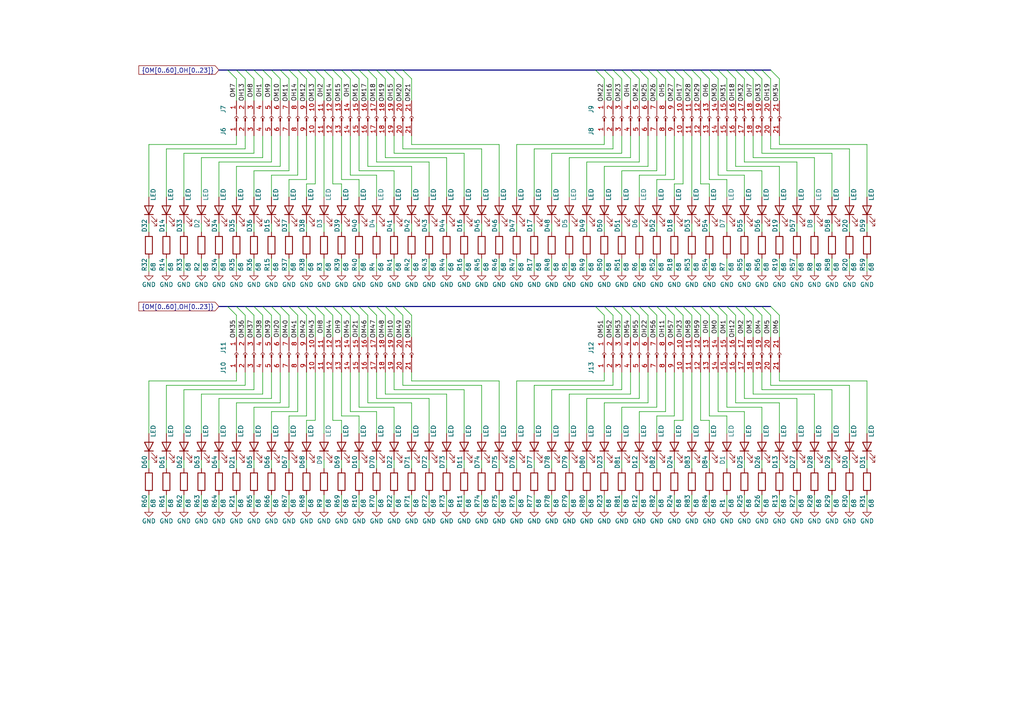
<source format=kicad_sch>
(kicad_sch (version 20230121) (generator eeschema)
  (paper "A4")
  (title_block (title "${acronym} - ${title}") (date "${date}") (rev "${revision}") (company "${company}") (comment 1 "${creator}") (comment 2 "${license}"))
  (bus_entry (at 177.8 20.32) (size 2.54 2.54))
  (bus_entry (at 68.58 91.44) (size -2.54 -2.54))
  (bus_entry (at 187.96 22.86) (size -2.54 -2.54))
  (bus_entry (at 223.52 22.86) (size -2.54 -2.54))
  (bus_entry (at 96.52 22.86) (size -2.54 -2.54))
  (bus_entry (at 198.12 22.86) (size -2.54 -2.54))
  (bus_entry (at 78.74 91.44) (size -2.54 -2.54))
  (bus_entry (at 218.44 22.86) (size -2.54 -2.54))
  (bus_entry (at 76.2 22.86) (size -2.54 -2.54))
  (bus_entry (at 172.72 88.9) (size 2.54 2.54))
  (bus_entry (at 205.74 22.86) (size -2.54 -2.54))
  (bus_entry (at 76.2 91.44) (size -2.54 -2.54))
  (bus_entry (at 175.26 20.32) (size 2.54 2.54))
  (bus_entry (at 109.22 20.32) (size 2.54 2.54))
  (bus_entry (at 193.04 22.86) (size -2.54 -2.54))
  (bus_entry (at 220.98 91.44) (size -2.54 -2.54))
  (bus_entry (at 175.26 88.9) (size 2.54 2.54))
  (bus_entry (at 193.04 88.9) (size 2.54 2.54))
  (bus_entry (at 71.12 22.86) (size -2.54 -2.54))
  (bus_entry (at 116.84 22.86) (size -2.54 -2.54))
  (bus_entry (at 104.14 20.32) (size 2.54 2.54))
  (bus_entry (at 223.52 20.32) (size 2.54 2.54))
  (bus_entry (at 101.6 91.44) (size -2.54 -2.54))
  (bus_entry (at 203.2 91.44) (size -2.54 -2.54))
  (bus_entry (at 101.6 88.9) (size 2.54 2.54))
  (bus_entry (at 218.44 91.44) (size -2.54 -2.54))
  (bus_entry (at 106.68 20.32) (size 2.54 2.54))
  (bus_entry (at 180.34 88.9) (size 2.54 2.54))
  (bus_entry (at 215.9 91.44) (size -2.54 -2.54))
  (bus_entry (at 111.76 20.32) (size 2.54 2.54))
  (bus_entry (at 213.36 22.86) (size -2.54 -2.54))
  (bus_entry (at 200.66 91.44) (size -2.54 -2.54))
  (bus_entry (at 81.28 22.86) (size -2.54 -2.54))
  (bus_entry (at 91.44 91.44) (size -2.54 -2.54))
  (bus_entry (at 182.88 20.32) (size 2.54 2.54))
  (bus_entry (at 88.9 91.44) (size -2.54 -2.54))
  (bus_entry (at 106.68 88.9) (size 2.54 2.54))
  (bus_entry (at 93.98 91.44) (size -2.54 -2.54))
  (bus_entry (at 203.2 22.86) (size -2.54 -2.54))
  (bus_entry (at 83.82 88.9) (size 2.54 2.54))
  (bus_entry (at 93.98 22.86) (size -2.54 -2.54))
  (bus_entry (at 104.14 88.9) (size 2.54 2.54))
  (bus_entry (at 88.9 22.86) (size -2.54 -2.54))
  (bus_entry (at 81.28 91.44) (size -2.54 -2.54))
  (bus_entry (at 190.5 22.86) (size -2.54 -2.54))
  (bus_entry (at 71.12 91.44) (size -2.54 -2.54))
  (bus_entry (at 177.8 88.9) (size 2.54 2.54))
  (bus_entry (at 116.84 20.32) (size 2.54 2.54))
  (bus_entry (at 114.3 91.44) (size -2.54 -2.54))
  (bus_entry (at 68.58 22.86) (size -2.54 -2.54))
  (bus_entry (at 91.44 22.86) (size -2.54 -2.54))
  (bus_entry (at 200.66 22.86) (size -2.54 -2.54))
  (bus_entry (at 182.88 22.86) (size -2.54 -2.54))
  (bus_entry (at 104.14 22.86) (size -2.54 -2.54))
  (bus_entry (at 215.9 22.86) (size -2.54 -2.54))
  (bus_entry (at 99.06 91.44) (size -2.54 -2.54))
  (bus_entry (at 73.66 22.86) (size -2.54 -2.54))
  (bus_entry (at 96.52 91.44) (size -2.54 -2.54))
  (bus_entry (at 223.52 91.44) (size -2.54 -2.54))
  (bus_entry (at 198.12 91.44) (size -2.54 -2.54))
  (bus_entry (at 86.36 22.86) (size -2.54 -2.54))
  (bus_entry (at 190.5 91.44) (size -2.54 -2.54))
  (bus_entry (at 213.36 91.44) (size -2.54 -2.54))
  (bus_entry (at 193.04 91.44) (size -2.54 -2.54))
  (bus_entry (at 83.82 91.44) (size -2.54 -2.54))
  (bus_entry (at 116.84 88.9) (size 2.54 2.54))
  (bus_entry (at 187.96 91.44) (size -2.54 -2.54))
  (bus_entry (at 78.74 22.86) (size -2.54 -2.54))
  (bus_entry (at 220.98 22.86) (size -2.54 -2.54))
  (bus_entry (at 185.42 91.44) (size -2.54 -2.54))
  (bus_entry (at 226.06 91.44) (size -2.54 -2.54))
  (bus_entry (at 205.74 91.44) (size -2.54 -2.54))
  (bus_entry (at 172.72 20.32) (size 2.54 2.54))
  (bus_entry (at 73.66 91.44) (size -2.54 -2.54))
  (bus_entry (at 114.3 88.9) (size 2.54 2.54))
  (bus_entry (at 208.28 91.44) (size -2.54 -2.54))
  (bus_entry (at 193.04 20.32) (size 2.54 2.54))
  (bus_entry (at 208.28 20.32) (size 2.54 2.54))
  (bus_entry (at 101.6 22.86) (size -2.54 -2.54))
  (bus_entry (at 99.06 22.86) (size -2.54 -2.54))
  (bus_entry (at 83.82 22.86) (size -2.54 -2.54))
  (bus_entry (at 208.28 22.86) (size -2.54 -2.54))
  (bus_entry (at 210.82 91.44) (size -2.54 -2.54))
  (bus_entry (at 109.22 88.9) (size 2.54 2.54))
  (bus (pts (xy 111.76 20.32) (xy 114.3 20.32)))
  (bus (pts (xy 63.5 20.32) (xy 66.04 20.32)))
  (wire (pts (xy 99.06 74.93) (xy 99.06 78.74)))
  (bus (pts (xy 91.44 20.32) (xy 93.98 20.32)))
  (wire (pts (xy 63.5 115.57) (xy 63.5 125.73)))
  (wire (pts (xy 83.82 52.07) (xy 88.9 52.07)))
  (wire (pts (xy 124.46 64.77) (xy 124.46 67.31)))
  (bus (pts (xy 76.2 20.32) (xy 78.74 20.32)))
  (bus (pts (xy 175.26 20.32) (xy 177.8 20.32)))
  (wire (pts (xy 210.82 91.44) (xy 210.82 97.79)))
  (wire (pts (xy 241.3 133.35) (xy 241.3 135.89)))
  (wire (pts (xy 200.66 64.77) (xy 200.66 67.31)))
  (bus (pts (xy 185.42 88.9) (xy 187.96 88.9)))
  (bus (pts (xy 96.52 20.32) (xy 99.06 20.32)))
  (bus (pts (xy 91.44 88.9) (xy 93.98 88.9)))
  (wire (pts (xy 226.06 22.86) (xy 226.06 29.21)))
  (wire (pts (xy 101.6 119.38) (xy 109.22 119.38)))
  (wire (pts (xy 218.44 91.44) (xy 218.44 97.79)))
  (wire (pts (xy 154.94 64.77) (xy 154.94 67.31)))
  (wire (pts (xy 226.06 133.35) (xy 226.06 135.89)))
  (wire (pts (xy 220.98 107.95) (xy 220.98 113.03)))
  (wire (pts (xy 154.94 43.18) (xy 154.94 57.15)))
  (wire (pts (xy 205.74 121.92) (xy 205.74 125.73)))
  (bus (pts (xy 218.44 88.9) (xy 220.98 88.9)))
  (wire (pts (xy 106.68 91.44) (xy 106.68 97.79)))
  (wire (pts (xy 203.2 121.92) (xy 205.74 121.92)))
  (wire (pts (xy 180.34 91.44) (xy 180.34 97.79)))
  (wire (pts (xy 175.26 116.84) (xy 187.96 116.84)))
  (wire (pts (xy 88.9 133.35) (xy 88.9 135.89)))
  (wire (pts (xy 93.98 22.86) (xy 93.98 29.21)))
  (wire (pts (xy 114.3 49.53) (xy 114.3 57.15)))
  (wire (pts (xy 129.54 114.3) (xy 129.54 125.73)))
  (wire (pts (xy 104.14 74.93) (xy 104.14 78.74)))
  (wire (pts (xy 99.06 91.44) (xy 99.06 97.79)))
  (wire (pts (xy 88.9 91.44) (xy 88.9 97.79)))
  (wire (pts (xy 175.26 91.44) (xy 175.26 97.79)))
  (wire (pts (xy 177.8 39.37) (xy 177.8 43.18)))
  (wire (pts (xy 114.3 74.93) (xy 114.3 78.74)))
  (wire (pts (xy 205.74 39.37) (xy 205.74 52.07)))
  (wire (pts (xy 190.5 133.35) (xy 190.5 135.89)))
  (wire (pts (xy 114.3 113.03) (xy 134.62 113.03)))
  (bus (pts (xy 220.98 20.32) (xy 223.52 20.32)))
  (bus (pts (xy 198.12 88.9) (xy 200.66 88.9)))
  (wire (pts (xy 215.9 115.57) (xy 231.14 115.57)))
  (wire (pts (xy 165.1 45.72) (xy 182.88 45.72)))
  (wire (pts (xy 231.14 133.35) (xy 231.14 135.89)))
  (wire (pts (xy 58.42 133.35) (xy 58.42 135.89)))
  (wire (pts (xy 68.58 91.44) (xy 68.58 97.79)))
  (bus (pts (xy 215.9 88.9) (xy 218.44 88.9)))
  (wire (pts (xy 175.26 48.26) (xy 175.26 57.15)))
  (wire (pts (xy 175.26 116.84) (xy 175.26 125.73)))
  (bus (pts (xy 208.28 88.9) (xy 210.82 88.9)))
  (wire (pts (xy 96.52 91.44) (xy 96.52 97.79)))
  (wire (pts (xy 73.66 118.11) (xy 73.66 125.73)))
  (wire (pts (xy 200.66 22.86) (xy 200.66 29.21)))
  (wire (pts (xy 124.46 133.35) (xy 124.46 135.89)))
  (wire (pts (xy 139.7 111.76) (xy 139.7 125.73)))
  (wire (pts (xy 208.28 22.86) (xy 208.28 29.21)))
  (wire (pts (xy 220.98 143.51) (xy 220.98 147.32)))
  (wire (pts (xy 73.66 91.44) (xy 73.66 97.79)))
  (wire (pts (xy 193.04 107.95) (xy 193.04 119.38)))
  (wire (pts (xy 226.06 64.77) (xy 226.06 67.31)))
  (wire (pts (xy 195.58 107.95) (xy 195.58 120.65)))
  (wire (pts (xy 88.9 107.95) (xy 88.9 120.65)))
  (wire (pts (xy 180.34 39.37) (xy 180.34 44.45)))
  (wire (pts (xy 210.82 120.65) (xy 210.82 125.73)))
  (wire (pts (xy 213.36 107.95) (xy 213.36 116.84)))
  (wire (pts (xy 190.5 120.65) (xy 195.58 120.65)))
  (wire (pts (xy 76.2 91.44) (xy 76.2 97.79)))
  (wire (pts (xy 175.26 133.35) (xy 175.26 135.89)))
  (wire (pts (xy 104.14 107.95) (xy 104.14 118.11)))
  (wire (pts (xy 119.38 91.44) (xy 119.38 97.79)))
  (wire (pts (xy 205.74 74.93) (xy 205.74 78.74)))
  (wire (pts (xy 220.98 133.35) (xy 220.98 135.89)))
  (wire (pts (xy 88.9 53.34) (xy 88.9 57.15)))
  (wire (pts (xy 205.74 107.95) (xy 205.74 120.65)))
  (wire (pts (xy 96.52 39.37) (xy 96.52 53.34)))
  (wire (pts (xy 215.9 46.99) (xy 231.14 46.99)))
  (wire (pts (xy 205.74 91.44) (xy 205.74 97.79)))
  (bus (pts (xy 182.88 88.9) (xy 185.42 88.9)))
  (wire (pts (xy 175.26 74.93) (xy 175.26 78.74)))
  (wire (pts (xy 53.34 113.03) (xy 53.34 125.73)))
  (wire (pts (xy 175.26 39.37) (xy 175.26 41.91)))
  (wire (pts (xy 99.06 120.65) (xy 104.14 120.65)))
  (wire (pts (xy 195.58 121.92) (xy 195.58 125.73)))
  (wire (pts (xy 165.1 143.51) (xy 165.1 147.32)))
  (wire (pts (xy 220.98 74.93) (xy 220.98 78.74)))
  (wire (pts (xy 139.7 64.77) (xy 139.7 67.31)))
  (wire (pts (xy 246.38 74.93) (xy 246.38 78.74)))
  (wire (pts (xy 68.58 116.84) (xy 68.58 125.73)))
  (wire (pts (xy 86.36 50.8) (xy 78.74 50.8)))
  (bus (pts (xy 193.04 20.32) (xy 195.58 20.32)))
  (wire (pts (xy 226.06 74.93) (xy 226.06 78.74)))
  (wire (pts (xy 180.34 49.53) (xy 180.34 57.15)))
  (wire (pts (xy 83.82 64.77) (xy 83.82 67.31)))
  (bus (pts (xy 187.96 88.9) (xy 190.5 88.9)))
  (wire (pts (xy 139.7 74.93) (xy 139.7 78.74)))
  (wire (pts (xy 208.28 91.44) (xy 208.28 97.79)))
  (wire (pts (xy 177.8 91.44) (xy 177.8 97.79)))
  (wire (pts (xy 231.14 46.99) (xy 231.14 57.15)))
  (wire (pts (xy 48.26 143.51) (xy 48.26 147.32)))
  (wire (pts (xy 53.34 44.45) (xy 73.66 44.45)))
  (wire (pts (xy 116.84 111.76) (xy 139.7 111.76)))
  (wire (pts (xy 83.82 49.53) (xy 73.66 49.53)))
  (wire (pts (xy 182.88 107.95) (xy 182.88 114.3)))
  (wire (pts (xy 58.42 114.3) (xy 58.42 125.73)))
  (wire (pts (xy 73.66 64.77) (xy 73.66 67.31)))
  (wire (pts (xy 149.86 133.35) (xy 149.86 135.89)))
  (wire (pts (xy 63.5 46.99) (xy 63.5 57.15)))
  (wire (pts (xy 170.18 46.99) (xy 185.42 46.99)))
  (wire (pts (xy 203.2 53.34) (xy 205.74 53.34)))
  (wire (pts (xy 114.3 143.51) (xy 114.3 147.32)))
  (bus (pts (xy 68.58 88.9) (xy 71.12 88.9)))
  (wire (pts (xy 99.06 22.86) (xy 99.06 29.21)))
  (bus (pts (xy 213.36 88.9) (xy 215.9 88.9)))
  (wire (pts (xy 226.06 143.51) (xy 226.06 147.32)))
  (bus (pts (xy 203.2 88.9) (xy 205.74 88.9)))
  (wire (pts (xy 175.26 64.77) (xy 175.26 67.31)))
  (wire (pts (xy 190.5 22.86) (xy 190.5 29.21)))
  (bus (pts (xy 73.66 20.32) (xy 76.2 20.32)))
  (wire (pts (xy 160.02 44.45) (xy 180.34 44.45)))
  (wire (pts (xy 241.3 113.03) (xy 241.3 125.73)))
  (wire (pts (xy 68.58 48.26) (xy 68.58 57.15)))
  (wire (pts (xy 58.42 74.93) (xy 58.42 78.74)))
  (wire (pts (xy 198.12 22.86) (xy 198.12 29.21)))
  (wire (pts (xy 165.1 133.35) (xy 165.1 135.89)))
  (wire (pts (xy 58.42 45.72) (xy 58.42 57.15)))
  (wire (pts (xy 246.38 143.51) (xy 246.38 147.32)))
  (wire (pts (xy 116.84 39.37) (xy 116.84 43.18)))
  (wire (pts (xy 149.86 110.49) (xy 149.86 125.73)))
  (wire (pts (xy 144.78 110.49) (xy 144.78 125.73)))
  (bus (pts (xy 109.22 20.32) (xy 111.76 20.32)))
  (wire (pts (xy 124.46 46.99) (xy 124.46 57.15)))
  (bus (pts (xy 185.42 20.32) (xy 187.96 20.32)))
  (wire (pts (xy 200.66 133.35) (xy 200.66 135.89)))
  (wire (pts (xy 160.02 133.35) (xy 160.02 135.89)))
  (wire (pts (xy 78.74 91.44) (xy 78.74 97.79)))
  (wire (pts (xy 193.04 91.44) (xy 193.04 97.79)))
  (wire (pts (xy 114.3 39.37) (xy 114.3 44.45)))
  (bus (pts (xy 101.6 20.32) (xy 104.14 20.32)))
  (wire (pts (xy 119.38 110.49) (xy 144.78 110.49)))
  (wire (pts (xy 96.52 53.34) (xy 99.06 53.34)))
  (wire (pts (xy 53.34 143.51) (xy 53.34 147.32)))
  (wire (pts (xy 109.22 91.44) (xy 109.22 97.79)))
  (bus (pts (xy 180.34 88.9) (xy 182.88 88.9)))
  (wire (pts (xy 187.96 107.95) (xy 187.96 116.84)))
  (wire (pts (xy 200.66 143.51) (xy 200.66 147.32)))
  (wire (pts (xy 198.12 91.44) (xy 198.12 97.79)))
  (wire (pts (xy 78.74 22.86) (xy 78.74 29.21)))
  (wire (pts (xy 53.34 44.45) (xy 53.34 57.15)))
  (bus (pts (xy 116.84 88.9) (xy 172.72 88.9)))
  (wire (pts (xy 175.26 107.95) (xy 175.26 110.49)))
  (wire (pts (xy 119.38 48.26) (xy 119.38 57.15)))
  (wire (pts (xy 129.54 74.93) (xy 129.54 78.74)))
  (wire (pts (xy 124.46 115.57) (xy 124.46 125.73)))
  (wire (pts (xy 114.3 107.95) (xy 114.3 113.03)))
  (wire (pts (xy 88.9 121.92) (xy 88.9 125.73)))
  (wire (pts (xy 114.3 22.86) (xy 114.3 29.21)))
  (wire (pts (xy 68.58 116.84) (xy 81.28 116.84)))
  (wire (pts (xy 251.46 64.77) (xy 251.46 67.31)))
  (wire (pts (xy 134.62 113.03) (xy 134.62 125.73)))
  (wire (pts (xy 81.28 107.95) (xy 81.28 116.84)))
  (wire (pts (xy 93.98 107.95) (xy 93.98 125.73)))
  (wire (pts (xy 88.9 22.86) (xy 88.9 29.21)))
  (wire (pts (xy 109.22 107.95) (xy 109.22 115.57)))
  (wire (pts (xy 170.18 133.35) (xy 170.18 135.89)))
  (wire (pts (xy 180.34 22.86) (xy 180.34 29.21)))
  (bus (pts (xy 63.5 88.9) (xy 66.04 88.9)))
  (wire (pts (xy 68.58 64.77) (xy 68.58 67.31)))
  (wire (pts (xy 223.52 107.95) (xy 223.52 111.76)))
  (wire (pts (xy 106.68 107.95) (xy 106.68 116.84)))
  (wire (pts (xy 218.44 114.3) (xy 236.22 114.3)))
  (wire (pts (xy 182.88 22.86) (xy 182.88 29.21)))
  (wire (pts (xy 215.9 119.38) (xy 215.9 125.73)))
  (wire (pts (xy 226.06 41.91) (xy 226.06 39.37)))
  (wire (pts (xy 111.76 45.72) (xy 129.54 45.72)))
  (wire (pts (xy 210.82 52.07) (xy 210.82 57.15)))
  (bus (pts (xy 66.04 20.32) (xy 68.58 20.32)))
  (wire (pts (xy 109.22 46.99) (xy 124.46 46.99)))
  (wire (pts (xy 116.84 91.44) (xy 116.84 97.79)))
  (bus (pts (xy 182.88 20.32) (xy 185.42 20.32)))
  (wire (pts (xy 109.22 115.57) (xy 124.46 115.57)))
  (wire (pts (xy 205.74 120.65) (xy 210.82 120.65)))
  (wire (pts (xy 223.52 39.37) (xy 223.52 43.18)))
  (wire (pts (xy 96.52 22.86) (xy 96.52 29.21)))
  (wire (pts (xy 251.46 74.93) (xy 251.46 78.74)))
  (wire (pts (xy 215.9 22.86) (xy 215.9 29.21)))
  (wire (pts (xy 73.66 133.35) (xy 73.66 135.89)))
  (bus (pts (xy 104.14 88.9) (xy 106.68 88.9)))
  (wire (pts (xy 114.3 91.44) (xy 114.3 97.79)))
  (bus (pts (xy 200.66 88.9) (xy 203.2 88.9)))
  (wire (pts (xy 116.84 107.95) (xy 116.84 111.76)))
  (bus (pts (xy 83.82 88.9) (xy 86.36 88.9)))
  (wire (pts (xy 226.06 116.84) (xy 226.06 125.73)))
  (wire (pts (xy 71.12 91.44) (xy 71.12 97.79)))
  (wire (pts (xy 231.14 115.57) (xy 231.14 125.73)))
  (wire (pts (xy 68.58 107.95) (xy 68.58 110.49)))
  (wire (pts (xy 165.1 114.3) (xy 182.88 114.3)))
  (bus (pts (xy 68.58 20.32) (xy 71.12 20.32)))
  (bus (pts (xy 109.22 88.9) (xy 111.76 88.9)))
  (wire (pts (xy 99.06 133.35) (xy 99.06 135.89)))
  (bus (pts (xy 116.84 20.32) (xy 172.72 20.32)))
  (wire (pts (xy 91.44 91.44) (xy 91.44 97.79)))
  (wire (pts (xy 241.3 64.77) (xy 241.3 67.31)))
  (wire (pts (xy 109.22 22.86) (xy 109.22 29.21)))
  (wire (pts (xy 160.02 143.51) (xy 160.02 147.32)))
  (wire (pts (xy 160.02 113.03) (xy 180.34 113.03)))
  (bus (pts (xy 88.9 88.9) (xy 91.44 88.9)))
  (wire (pts (xy 63.5 115.57) (xy 78.74 115.57)))
  (wire (pts (xy 215.9 39.37) (xy 215.9 46.99)))
  (wire (pts (xy 76.2 45.72) (xy 76.2 39.37)))
  (wire (pts (xy 200.66 107.95) (xy 200.66 125.73)))
  (wire (pts (xy 68.58 74.93) (xy 68.58 78.74)))
  (wire (pts (xy 134.62 44.45) (xy 134.62 57.15)))
  (wire (pts (xy 210.82 22.86) (xy 210.82 29.21)))
  (wire (pts (xy 119.38 116.84) (xy 119.38 125.73)))
  (wire (pts (xy 210.82 118.11) (xy 220.98 118.11)))
  (wire (pts (xy 119.38 133.35) (xy 119.38 135.89)))
  (wire (pts (xy 180.34 74.93) (xy 180.34 78.74)))
  (bus (pts (xy 78.74 20.32) (xy 81.28 20.32)))
  (wire (pts (xy 109.22 39.37) (xy 109.22 46.99)))
  (wire (pts (xy 93.98 91.44) (xy 93.98 97.79)))
  (wire (pts (xy 78.74 64.77) (xy 78.74 67.31)))
  (wire (pts (xy 76.2 107.95) (xy 76.2 114.3)))
  (wire (pts (xy 190.5 91.44) (xy 190.5 97.79)))
  (wire (pts (xy 111.76 39.37) (xy 111.76 45.72)))
  (wire (pts (xy 251.46 110.49) (xy 251.46 125.73)))
  (wire (pts (xy 205.74 143.51) (xy 205.74 147.32)))
  (wire (pts (xy 246.38 133.35) (xy 246.38 135.89)))
  (wire (pts (xy 124.46 74.93) (xy 124.46 78.74)))
  (wire (pts (xy 58.42 114.3) (xy 76.2 114.3)))
  (wire (pts (xy 208.28 107.95) (xy 208.28 119.38)))
  (wire (pts (xy 73.66 74.93) (xy 73.66 78.74)))
  (wire (pts (xy 88.9 39.37) (xy 88.9 52.07)))
  (wire (pts (xy 180.34 107.95) (xy 180.34 113.03)))
  (wire (pts (xy 223.52 22.86) (xy 223.52 29.21)))
  (wire (pts (xy 200.66 74.93) (xy 200.66 78.74)))
  (wire (pts (xy 111.76 22.86) (xy 111.76 29.21)))
  (wire (pts (xy 104.14 52.07) (xy 104.14 57.15)))
  (bus (pts (xy 210.82 88.9) (xy 213.36 88.9)))
  (wire (pts (xy 73.66 49.53) (xy 73.66 57.15)))
  (wire (pts (xy 177.8 107.95) (xy 177.8 111.76)))
  (wire (pts (xy 116.84 43.18) (xy 139.7 43.18)))
  (wire (pts (xy 182.88 91.44) (xy 182.88 97.79)))
  (wire (pts (xy 195.58 64.77) (xy 195.58 67.31)))
  (wire (pts (xy 203.2 39.37) (xy 203.2 53.34)))
  (wire (pts (xy 104.14 64.77) (xy 104.14 67.31)))
  (wire (pts (xy 177.8 22.86) (xy 177.8 29.21)))
  (wire (pts (xy 251.46 41.91) (xy 251.46 57.15)))
  (bus (pts (xy 93.98 20.32) (xy 96.52 20.32)))
  (wire (pts (xy 195.58 121.92) (xy 198.12 121.92)))
  (wire (pts (xy 226.06 110.49) (xy 251.46 110.49)))
  (wire (pts (xy 218.44 107.95) (xy 218.44 114.3)))
  (wire (pts (xy 63.5 143.51) (xy 63.5 147.32)))
  (wire (pts (xy 205.74 53.34) (xy 205.74 57.15)))
  (wire (pts (xy 246.38 43.18) (xy 246.38 57.15)))
  (wire (pts (xy 43.18 64.77) (xy 43.18 67.31)))
  (wire (pts (xy 190.5 64.77) (xy 190.5 67.31)))
  (wire (pts (xy 86.36 39.37) (xy 86.36 50.8)))
  (wire (pts (xy 236.22 114.3) (xy 236.22 125.73)))
  (wire (pts (xy 215.9 91.44) (xy 215.9 97.79)))
  (bus (pts (xy 195.58 20.32) (xy 198.12 20.32)))
  (wire (pts (xy 78.74 39.37) (xy 78.74 46.99)))
  (wire (pts (xy 93.98 64.77) (xy 93.98 67.31)))
  (bus (pts (xy 220.98 88.9) (xy 223.52 88.9)))
  (wire (pts (xy 119.38 107.95) (xy 119.38 110.49)))
  (wire (pts (xy 124.46 143.51) (xy 124.46 147.32)))
  (wire (pts (xy 226.06 91.44) (xy 226.06 97.79)))
  (wire (pts (xy 129.54 64.77) (xy 129.54 67.31)))
  (wire (pts (xy 231.14 143.51) (xy 231.14 147.32)))
  (wire (pts (xy 48.26 74.93) (xy 48.26 78.74)))
  (wire (pts (xy 187.96 91.44) (xy 187.96 97.79)))
  (wire (pts (xy 144.78 133.35) (xy 144.78 135.89)))
  (wire (pts (xy 185.42 22.86) (xy 185.42 29.21)))
  (wire (pts (xy 205.74 64.77) (xy 205.74 67.31)))
  (wire (pts (xy 68.58 143.51) (xy 68.58 147.32)))
  (wire (pts (xy 203.2 22.86) (xy 203.2 29.21)))
  (wire (pts (xy 215.9 143.51) (xy 215.9 147.32)))
  (wire (pts (xy 175.26 22.86) (xy 175.26 29.21)))
  (wire (pts (xy 144.78 143.51) (xy 144.78 147.32)))
  (wire (pts (xy 149.86 64.77) (xy 149.86 67.31)))
  (wire (pts (xy 154.94 43.18) (xy 177.8 43.18)))
  (wire (pts (xy 210.82 107.95) (xy 210.82 118.11)))
  (wire (pts (xy 78.74 74.93) (xy 78.74 78.74)))
  (wire (pts (xy 91.44 53.34) (xy 91.44 39.37)))
  (wire (pts (xy 109.22 119.38) (xy 109.22 125.73)))
  (wire (pts (xy 185.42 39.37) (xy 185.42 46.99)))
  (wire (pts (xy 160.02 74.93) (xy 160.02 78.74)))
  (wire (pts (xy 210.82 133.35) (xy 210.82 135.89)))
  (wire (pts (xy 175.26 143.51) (xy 175.26 147.32)))
  (wire (pts (xy 198.12 39.37) (xy 198.12 53.34)))
  (wire (pts (xy 104.14 118.11) (xy 114.3 118.11)))
  (bus (pts (xy 203.2 20.32) (xy 205.74 20.32)))
  (wire (pts (xy 205.74 52.07) (xy 210.82 52.07)))
  (wire (pts (xy 180.34 64.77) (xy 180.34 67.31)))
  (wire (pts (xy 81.28 22.86) (xy 81.28 29.21)))
  (wire (pts (xy 129.54 133.35) (xy 129.54 135.89)))
  (wire (pts (xy 81.28 39.37) (xy 81.28 48.26)))
  (bus (pts (xy 99.06 88.9) (xy 101.6 88.9)))
  (wire (pts (xy 165.1 114.3) (xy 165.1 125.73)))
  (wire (pts (xy 109.22 64.77) (xy 109.22 67.31)))
  (wire (pts (xy 83.82 133.35) (xy 83.82 135.89)))
  (wire (pts (xy 48.26 133.35) (xy 48.26 135.89)))
  (wire (pts (xy 170.18 115.57) (xy 170.18 125.73)))
  (bus (pts (xy 73.66 88.9) (xy 76.2 88.9)))
  (wire (pts (xy 180.34 49.53) (xy 190.5 49.53)))
  (wire (pts (xy 119.38 74.93) (xy 119.38 78.74)))
  (wire (pts (xy 215.9 64.77) (xy 215.9 67.31)))
  (wire (pts (xy 139.7 143.51) (xy 139.7 147.32)))
  (bus (pts (xy 193.04 88.9) (xy 195.58 88.9)))
  (wire (pts (xy 154.94 111.76) (xy 177.8 111.76)))
  (wire (pts (xy 210.82 74.93) (xy 210.82 78.74)))
  (wire (pts (xy 83.82 91.44) (xy 83.82 97.79)))
  (wire (pts (xy 109.22 133.35) (xy 109.22 135.89)))
  (bus (pts (xy 111.76 88.9) (xy 114.3 88.9)))
  (bus (pts (xy 172.72 20.32) (xy 175.26 20.32)))
  (wire (pts (xy 134.62 143.51) (xy 134.62 147.32)))
  (wire (pts (xy 190.5 52.07) (xy 190.5 57.15)))
  (wire (pts (xy 106.68 48.26) (xy 119.38 48.26)))
  (wire (pts (xy 175.26 48.26) (xy 187.96 48.26)))
  (wire (pts (xy 231.14 74.93) (xy 231.14 78.74)))
  (wire (pts (xy 170.18 74.93) (xy 170.18 78.74)))
  (wire (pts (xy 160.02 113.03) (xy 160.02 125.73)))
  (wire (pts (xy 48.26 111.76) (xy 48.26 125.73)))
  (wire (pts (xy 220.98 91.44) (xy 220.98 97.79)))
  (wire (pts (xy 185.42 119.38) (xy 185.42 125.73)))
  (bus (pts (xy 66.04 88.9) (xy 68.58 88.9)))
  (wire (pts (xy 185.42 64.77) (xy 185.42 67.31)))
  (wire (pts (xy 43.18 110.49) (xy 68.58 110.49)))
  (wire (pts (xy 88.9 53.34) (xy 91.44 53.34)))
  (wire (pts (xy 205.74 22.86) (xy 205.74 29.21)))
  (wire (pts (xy 83.82 107.95) (xy 83.82 118.11)))
  (wire (pts (xy 71.12 43.18) (xy 71.12 39.37)))
  (wire (pts (xy 88.9 143.51) (xy 88.9 147.32)))
  (wire (pts (xy 190.5 39.37) (xy 190.5 49.53)))
  (wire (pts (xy 81.28 48.26) (xy 68.58 48.26)))
  (wire (pts (xy 78.74 119.38) (xy 86.36 119.38)))
  (bus (pts (xy 177.8 88.9) (xy 180.34 88.9)))
  (wire (pts (xy 48.26 64.77) (xy 48.26 67.31)))
  (bus (pts (xy 88.9 20.32) (xy 91.44 20.32)))
  (bus (pts (xy 106.68 20.32) (xy 109.22 20.32)))
  (bus (pts (xy 180.34 20.32) (xy 182.88 20.32)))
  (wire (pts (xy 193.04 22.86) (xy 193.04 29.21)))
  (wire (pts (xy 83.82 39.37) (xy 83.82 49.53)))
  (wire (pts (xy 83.82 120.65) (xy 83.82 125.73)))
  (wire (pts (xy 195.58 53.34) (xy 198.12 53.34)))
  (bus (pts (xy 218.44 20.32) (xy 220.98 20.32)))
  (wire (pts (xy 88.9 64.77) (xy 88.9 67.31)))
  (wire (pts (xy 114.3 44.45) (xy 134.62 44.45)))
  (wire (pts (xy 160.02 44.45) (xy 160.02 57.15)))
  (wire (pts (xy 165.1 45.72) (xy 165.1 57.15)))
  (wire (pts (xy 185.42 91.44) (xy 185.42 97.79)))
  (wire (pts (xy 99.06 121.92) (xy 99.06 125.73)))
  (bus (pts (xy 198.12 20.32) (xy 200.66 20.32)))
  (wire (pts (xy 144.78 41.91) (xy 144.78 57.15)))
  (bus (pts (xy 83.82 20.32) (xy 86.36 20.32)))
  (wire (pts (xy 109.22 74.93) (xy 109.22 78.74)))
  (wire (pts (xy 96.52 107.95) (xy 96.52 121.92)))
  (wire (pts (xy 86.36 107.95) (xy 86.36 119.38)))
  (wire (pts (xy 106.68 39.37) (xy 106.68 48.26)))
  (wire (pts (xy 91.44 107.95) (xy 91.44 121.92)))
  (wire (pts (xy 119.38 143.51) (xy 119.38 147.32)))
  (wire (pts (xy 213.36 116.84) (xy 226.06 116.84)))
  (wire (pts (xy 185.42 119.38) (xy 193.04 119.38)))
  (wire (pts (xy 83.82 143.51) (xy 83.82 147.32)))
  (bus (pts (xy 106.68 88.9) (xy 109.22 88.9)))
  (bus (pts (xy 190.5 88.9) (xy 193.04 88.9)))
  (wire (pts (xy 193.04 39.37) (xy 193.04 50.8)))
  (wire (pts (xy 78.74 143.51) (xy 78.74 147.32)))
  (wire (pts (xy 139.7 43.18) (xy 139.7 57.15)))
  (wire (pts (xy 154.94 74.93) (xy 154.94 78.74)))
  (wire (pts (xy 114.3 118.11) (xy 114.3 125.73)))
  (wire (pts (xy 246.38 111.76) (xy 246.38 125.73)))
  (bus (pts (xy 114.3 88.9) (xy 116.84 88.9)))
  (wire (pts (xy 99.06 39.37) (xy 99.06 52.07)))
  (wire (pts (xy 218.44 22.86) (xy 218.44 29.21)))
  (bus (pts (xy 205.74 20.32) (xy 208.28 20.32)))
  (wire (pts (xy 73.66 143.51) (xy 73.66 147.32)))
  (wire (pts (xy 93.98 133.35) (xy 93.98 135.89)))
  (wire (pts (xy 134.62 64.77) (xy 134.62 67.31)))
  (wire (pts (xy 104.14 133.35) (xy 104.14 135.89)))
  (wire (pts (xy 43.18 74.93) (xy 43.18 78.74)))
  (wire (pts (xy 236.22 143.51) (xy 236.22 147.32)))
  (wire (pts (xy 96.52 121.92) (xy 99.06 121.92)))
  (wire (pts (xy 73.66 44.45) (xy 73.66 39.37)))
  (wire (pts (xy 101.6 39.37) (xy 101.6 50.8)))
  (wire (pts (xy 149.86 143.51) (xy 149.86 147.32)))
  (wire (pts (xy 220.98 113.03) (xy 241.3 113.03)))
  (wire (pts (xy 91.44 22.86) (xy 91.44 29.21)))
  (wire (pts (xy 134.62 133.35) (xy 134.62 135.89)))
  (wire (pts (xy 223.52 91.44) (xy 223.52 97.79)))
  (wire (pts (xy 213.36 91.44) (xy 213.36 97.79)))
  (wire (pts (xy 86.36 91.44) (xy 86.36 97.79)))
  (wire (pts (xy 149.86 74.93) (xy 149.86 78.74)))
  (wire (pts (xy 165.1 74.93) (xy 165.1 78.74)))
  (wire (pts (xy 63.5 74.93) (xy 63.5 78.74)))
  (wire (pts (xy 99.06 53.34) (xy 99.06 57.15)))
  (wire (pts (xy 43.18 41.91) (xy 43.18 57.15)))
  (wire (pts (xy 68.58 39.37) (xy 68.58 41.91)))
  (wire (pts (xy 195.58 53.34) (xy 195.58 57.15)))
  (wire (pts (xy 213.36 48.26) (xy 226.06 48.26)))
  (wire (pts (xy 73.66 107.95) (xy 73.66 113.03)))
  (wire (pts (xy 170.18 46.99) (xy 170.18 57.15)))
  (wire (pts (xy 215.9 133.35) (xy 215.9 135.89)))
  (wire (pts (xy 43.18 143.51) (xy 43.18 147.32)))
  (wire (pts (xy 154.94 133.35) (xy 154.94 135.89)))
  (wire (pts (xy 63.5 64.77) (xy 63.5 67.31)))
  (wire (pts (xy 170.18 143.51) (xy 170.18 147.32)))
  (wire (pts (xy 195.58 74.93) (xy 195.58 78.74)))
  (wire (pts (xy 165.1 64.77) (xy 165.1 67.31)))
  (wire (pts (xy 195.58 143.51) (xy 195.58 147.32)))
  (wire (pts (xy 78.74 133.35) (xy 78.74 135.89)))
  (wire (pts (xy 170.18 64.77) (xy 170.18 67.31)))
  (wire (pts (xy 226.06 41.91) (xy 251.46 41.91)))
  (wire (pts (xy 53.34 113.03) (xy 73.66 113.03)))
  (wire (pts (xy 63.5 46.99) (xy 78.74 46.99)))
  (wire (pts (xy 48.26 43.18) (xy 48.26 57.15)))
  (wire (pts (xy 78.74 119.38) (xy 78.74 125.73)))
  (wire (pts (xy 182.88 39.37) (xy 182.88 45.72)))
  (wire (pts (xy 220.98 118.11) (xy 220.98 125.73)))
  (wire (pts (xy 99.06 64.77) (xy 99.06 67.31)))
  (bus (pts (xy 86.36 20.32) (xy 88.9 20.32)))
  (wire (pts (xy 144.78 74.93) (xy 144.78 78.74)))
  (wire (pts (xy 81.28 91.44) (xy 81.28 97.79)))
  (wire (pts (xy 48.26 43.18) (xy 71.12 43.18)))
  (wire (pts (xy 190.5 120.65) (xy 190.5 125.73)))
  (wire (pts (xy 170.18 115.57) (xy 185.42 115.57)))
  (wire (pts (xy 101.6 50.8) (xy 109.22 50.8)))
  (bus (pts (xy 215.9 20.32) (xy 218.44 20.32)))
  (wire (pts (xy 43.18 41.91) (xy 68.58 41.91)))
  (wire (pts (xy 78.74 107.95) (xy 78.74 115.57)))
  (wire (pts (xy 101.6 107.95) (xy 101.6 119.38)))
  (wire (pts (xy 78.74 50.8) (xy 78.74 57.15)))
  (wire (pts (xy 185.42 50.8) (xy 185.42 57.15)))
  (wire (pts (xy 116.84 22.86) (xy 116.84 29.21)))
  (wire (pts (xy 185.42 107.95) (xy 185.42 115.57)))
  (wire (pts (xy 83.82 74.93) (xy 83.82 78.74)))
  (wire (pts (xy 104.14 49.53) (xy 114.3 49.53)))
  (wire (pts (xy 208.28 50.8) (xy 215.9 50.8)))
  (wire (pts (xy 208.28 119.38) (xy 215.9 119.38)))
  (bus (pts (xy 208.28 20.32) (xy 210.82 20.32)))
  (wire (pts (xy 83.82 52.07) (xy 83.82 57.15)))
  (bus (pts (xy 101.6 88.9) (xy 104.14 88.9)))
  (bus (pts (xy 104.14 20.32) (xy 106.68 20.32)))
  (wire (pts (xy 93.98 39.37) (xy 93.98 57.15)))
  (wire (pts (xy 106.68 22.86) (xy 106.68 29.21)))
  (wire (pts (xy 88.9 121.92) (xy 91.44 121.92)))
  (wire (pts (xy 109.22 143.51) (xy 109.22 147.32)))
  (wire (pts (xy 220.98 22.86) (xy 220.98 29.21)))
  (wire (pts (xy 104.14 120.65) (xy 104.14 125.73)))
  (wire (pts (xy 71.12 107.95) (xy 71.12 111.76)))
  (wire (pts (xy 220.98 39.37) (xy 220.98 44.45)))
  (wire (pts (xy 185.42 50.8) (xy 193.04 50.8)))
  (wire (pts (xy 185.42 133.35) (xy 185.42 135.89)))
  (bus (pts (xy 177.8 20.32) (xy 180.34 20.32)))
  (wire (pts (xy 236.22 74.93) (xy 236.22 78.74)))
  (wire (pts (xy 223.52 43.18) (xy 246.38 43.18)))
  (wire (pts (xy 53.34 64.77) (xy 53.34 67.31)))
  (wire (pts (xy 101.6 91.44) (xy 101.6 97.79)))
  (bus (pts (xy 76.2 88.9) (xy 78.74 88.9)))
  (wire (pts (xy 111.76 91.44) (xy 111.76 97.79)))
  (wire (pts (xy 210.82 64.77) (xy 210.82 67.31)))
  (wire (pts (xy 129.54 143.51) (xy 129.54 147.32)))
  (wire (pts (xy 43.18 110.49) (xy 43.18 125.73)))
  (wire (pts (xy 190.5 143.51) (xy 190.5 147.32)))
  (wire (pts (xy 210.82 143.51) (xy 210.82 147.32)))
  (wire (pts (xy 76.2 22.86) (xy 76.2 29.21)))
  (wire (pts (xy 187.96 22.86) (xy 187.96 29.21)))
  (wire (pts (xy 154.94 143.51) (xy 154.94 147.32)))
  (wire (pts (xy 104.14 91.44) (xy 104.14 97.79)))
  (wire (pts (xy 215.9 74.93) (xy 215.9 78.74)))
  (wire (pts (xy 180.34 118.11) (xy 180.34 125.73)))
  (wire (pts (xy 109.22 50.8) (xy 109.22 57.15)))
  (wire (pts (xy 73.66 22.86) (xy 73.66 29.21)))
  (wire (pts (xy 236.22 64.77) (xy 236.22 67.31)))
  (wire (pts (xy 185.42 74.93) (xy 185.42 78.74)))
  (wire (pts (xy 251.46 143.51) (xy 251.46 147.32)))
  (wire (pts (xy 226.06 107.95) (xy 226.06 110.49)))
  (wire (pts (xy 205.74 133.35) (xy 205.74 135.89)))
  (wire (pts (xy 236.22 45.72) (xy 236.22 57.15)))
  (wire (pts (xy 246.38 64.77) (xy 246.38 67.31)))
  (wire (pts (xy 215.9 50.8) (xy 215.9 57.15)))
  (bus (pts (xy 71.12 20.32) (xy 73.66 20.32)))
  (wire (pts (xy 210.82 49.53) (xy 220.98 49.53)))
  (wire (pts (xy 68.58 22.86) (xy 68.58 29.21)))
  (wire (pts (xy 63.5 133.35) (xy 63.5 135.89)))
  (bus (pts (xy 205.74 88.9) (xy 208.28 88.9)))
  (wire (pts (xy 208.28 39.37) (xy 208.28 50.8)))
  (wire (pts (xy 203.2 107.95) (xy 203.2 121.92)))
  (wire (pts (xy 111.76 114.3) (xy 129.54 114.3)))
  (wire (pts (xy 93.98 143.51) (xy 93.98 147.32)))
  (wire (pts (xy 185.42 143.51) (xy 185.42 147.32)))
  (wire (pts (xy 220.98 64.77) (xy 220.98 67.31)))
  (wire (pts (xy 213.36 39.37) (xy 213.36 48.26)))
  (wire (pts (xy 200.66 91.44) (xy 200.66 97.79)))
  (wire (pts (xy 149.86 41.91) (xy 175.26 41.91)))
  (wire (pts (xy 119.38 22.86) (xy 119.38 29.21)))
  (bus (pts (xy 81.28 20.32) (xy 83.82 20.32)))
  (wire (pts (xy 73.66 118.11) (xy 83.82 118.11)))
  (bus (pts (xy 93.98 88.9) (xy 96.52 88.9)))
  (wire (pts (xy 119.38 39.37) (xy 119.38 41.91)))
  (wire (pts (xy 88.9 74.93) (xy 88.9 78.74)))
  (bus (pts (xy 96.52 88.9) (xy 99.06 88.9)))
  (wire (pts (xy 99.06 107.95) (xy 99.06 120.65)))
  (wire (pts (xy 53.34 133.35) (xy 53.34 135.89)))
  (wire (pts (xy 83.82 120.65) (xy 88.9 120.65)))
  (bus (pts (xy 99.06 20.32) (xy 101.6 20.32)))
  (wire (pts (xy 190.5 74.93) (xy 190.5 78.74)))
  (wire (pts (xy 149.86 41.91) (xy 149.86 57.15)))
  (wire (pts (xy 101.6 22.86) (xy 101.6 29.21)))
  (wire (pts (xy 154.94 111.76) (xy 154.94 125.73)))
  (wire (pts (xy 144.78 64.77) (xy 144.78 67.31)))
  (wire (pts (xy 104.14 143.51) (xy 104.14 147.32)))
  (wire (pts (xy 106.68 116.84) (xy 119.38 116.84)))
  (wire (pts (xy 58.42 64.77) (xy 58.42 67.31)))
  (wire (pts (xy 104.14 22.86) (xy 104.14 29.21)))
  (bus (pts (xy 71.12 88.9) (xy 73.66 88.9)))
  (wire (pts (xy 223.52 111.76) (xy 246.38 111.76)))
  (bus (pts (xy 210.82 20.32) (xy 213.36 20.32)))
  (wire (pts (xy 215.9 107.95) (xy 215.9 115.57)))
  (wire (pts (xy 53.34 74.93) (xy 53.34 78.74)))
  (wire (pts (xy 93.98 74.93) (xy 93.98 78.74)))
  (wire (pts (xy 200.66 39.37) (xy 200.66 57.15)))
  (wire (pts (xy 187.96 39.37) (xy 187.96 48.26)))
  (wire (pts (xy 99.06 52.07) (xy 104.14 52.07)))
  (wire (pts (xy 43.18 133.35) (xy 43.18 135.89)))
  (wire (pts (xy 195.58 91.44) (xy 195.58 97.79)))
  (wire (pts (xy 119.38 41.91) (xy 144.78 41.91)))
  (wire (pts (xy 190.5 52.07) (xy 195.58 52.07)))
  (wire (pts (xy 86.36 22.86) (xy 86.36 29.21)))
  (wire (pts (xy 218.44 39.37) (xy 218.44 45.72)))
  (wire (pts (xy 195.58 22.86) (xy 195.58 29.21)))
  (bus (pts (xy 78.74 88.9) (xy 81.28 88.9)))
  (bus (pts (xy 86.36 88.9) (xy 88.9 88.9)))
  (wire (pts (xy 195.58 133.35) (xy 195.58 135.89)))
  (wire (pts (xy 241.3 44.45) (xy 241.3 57.15)))
  (wire (pts (xy 111.76 107.95) (xy 111.76 114.3)))
  (wire (pts (xy 68.58 133.35) (xy 68.58 135.89)))
  (wire (pts (xy 129.54 45.72) (xy 129.54 57.15)))
  (wire (pts (xy 104.14 39.37) (xy 104.14 49.53)))
  (bus (pts (xy 175.26 88.9) (xy 177.8 88.9)))
  (wire (pts (xy 149.86 110.49) (xy 175.26 110.49)))
  (wire (pts (xy 58.42 143.51) (xy 58.42 147.32)))
  (wire (pts (xy 226.06 48.26) (xy 226.06 57.15)))
  (wire (pts (xy 236.22 133.35) (xy 236.22 135.89)))
  (wire (pts (xy 180.34 133.35) (xy 180.34 135.89)))
  (wire (pts (xy 180.34 118.11) (xy 190.5 118.11)))
  (wire (pts (xy 190.5 107.95) (xy 190.5 118.11)))
  (bus (pts (xy 114.3 20.32) (xy 116.84 20.32)))
  (wire (pts (xy 71.12 22.86) (xy 71.12 29.21)))
  (wire (pts (xy 210.82 39.37) (xy 210.82 49.53)))
  (wire (pts (xy 99.06 143.51) (xy 99.06 147.32)))
  (wire (pts (xy 134.62 74.93) (xy 134.62 78.74)))
  (wire (pts (xy 180.34 143.51) (xy 180.34 147.32)))
  (wire (pts (xy 195.58 39.37) (xy 195.58 52.07)))
  (wire (pts (xy 83.82 22.86) (xy 83.82 29.21)))
  (bus (pts (xy 200.66 20.32) (xy 203.2 20.32)))
  (wire (pts (xy 160.02 64.77) (xy 160.02 67.31)))
  (wire (pts (xy 139.7 133.35) (xy 139.7 135.89)))
  (wire (pts (xy 203.2 91.44) (xy 203.2 97.79)))
  (bus (pts (xy 187.96 20.32) (xy 190.5 20.32)))
  (wire (pts (xy 220.98 44.45) (xy 241.3 44.45)))
  (bus (pts (xy 190.5 20.32) (xy 193.04 20.32)))
  (wire (pts (xy 218.44 45.72) (xy 236.22 45.72)))
  (wire (pts (xy 114.3 133.35) (xy 114.3 135.89)))
  (bus (pts (xy 195.58 88.9) (xy 198.12 88.9)))
  (wire (pts (xy 198.12 107.95) (xy 198.12 121.92)))
  (bus (pts (xy 172.72 88.9) (xy 175.26 88.9)))
  (bus (pts (xy 213.36 20.32) (xy 215.9 20.32)))
  (wire (pts (xy 48.26 111.76) (xy 71.12 111.76)))
  (wire (pts (xy 231.14 64.77) (xy 231.14 67.31)))
  (wire (pts (xy 220.98 49.53) (xy 220.98 57.15)))
  (wire (pts (xy 58.42 45.72) (xy 76.2 45.72)))
  (wire (pts (xy 114.3 64.77) (xy 114.3 67.31)))
  (bus (pts (xy 81.28 88.9) (xy 83.82 88.9)))
  (wire (pts (xy 119.38 64.77) (xy 119.38 67.31)))
  (wire (pts (xy 241.3 74.93) (xy 241.3 78.74)))
  (wire (pts (xy 251.46 133.35) (xy 251.46 135.89)))
  (wire (pts (xy 213.36 22.86) (xy 213.36 29.21)))
  (wire (pts (xy 241.3 143.51) (xy 241.3 147.32)))
  (label "OH3" (at 101.6 24.13 270))
  (label "OM47" (at 109.22 92.71 270))
  (label "OM52" (at 177.8 92.71 270))
  (label "OM3" (at 218.44 92.71 270))
  (label "OH16" (at 177.8 24.13 270))
  (label "OM27" (at 195.58 24.13 270))
  (label "OM37" (at 73.66 92.71 270))
  (label "OM2" (at 215.9 92.71 270))
  (label "OH23" (at 198.12 92.71 270))
  (label "OH20" (at 81.28 92.71 270))
  (label "OM29" (at 203.2 24.13 270))
  (label "OM20" (at 116.84 24.13 270))
  (label "OM46" (at 106.68 92.71 270))
  (label "OM34" (at 226.06 24.13 270))
  (label "OM24" (at 185.42 24.13 270))
  (label "OH11" (at 193.04 92.71 270))
  (label "OH14" (at 86.36 24.13 270))
  (label "OH8" (at 93.98 92.71 270))
  (label "OM36" (at 71.12 92.71 270))
  (label "OH19" (at 223.52 24.13 270))
  (label "OM44" (at 96.52 92.71 270))
  (label "OM5" (at 223.52 92.71 270))
  (label "OH12" (at 213.36 92.71 270))
  (label "OM12" (at 88.9 24.13 270))
  (label "OH4" (at 182.88 24.13 270))
  (label "OM38" (at 76.2 92.71 270))
  (label "OM53" (at 180.34 92.71 270))
  (label "OM4" (at 220.98 92.71 270))
  (label "OM33" (at 220.98 24.13 270))
  (label "OM25" (at 187.96 24.13 270))
  (label "OM13" (at 91.44 24.13 270))
  (label "OM22" (at 175.26 24.13 270))
  (label "OM54" (at 182.88 92.71 270))
  (label "OM59" (at 203.2 92.71 270))
  (label "OM31" (at 210.82 24.13 270))
  (label "OM19" (at 111.76 24.13 270))
  (label "OM7" (at 68.58 24.13 270))
  (label "OM45" (at 101.6 92.71 270))
  (label "OH21" (at 104.14 92.71 270))
  (label "OM51" (at 175.26 92.71 270))
  (label "OM48" (at 111.76 92.71 270))
  (label "OH5" (at 193.04 24.13 270))
  (label "OM41" (at 86.36 92.71 270))
  (label "OH1" (at 76.2 24.13 270))
  (label "OM18" (at 109.22 24.13 270))
  (label "OM32" (at 215.9 24.13 270))
  (label "OM35" (at 68.58 92.71 270))
  (label "OM57" (at 195.58 92.71 270))
  (label "OM10" (at 81.28 24.13 270))
  (label "OM58" (at 200.66 92.71 270))
  (label "OM17" (at 106.68 24.13 270))
  (label "OH22" (at 187.96 92.71 270))
  (label "OM14" (at 96.52 24.13 270))
  (label "OM26" (at 190.5 24.13 270))
  (label "OM8" (at 73.66 24.13 270))
  (label "OM1" (at 210.82 92.71 270))
  (label "OM49" (at 116.84 92.71 270))
  (label "OM11" (at 83.82 24.13 270))
  (label "OM56" (at 190.5 92.71 270))
  (label "OM21" (at 119.38 24.13 270))
  (label "OH2" (at 93.98 24.13 270))
  (label "OM23" (at 180.34 24.13 270))
  (label "OH0" (at 205.74 92.71 270))
  (label "OM16" (at 104.14 24.13 270))
  (label "OH15" (at 114.3 24.13 270))
  (label "OH10" (at 114.3 92.71 270))
  (label "OM6" (at 226.06 92.71 270))
  (label "OM42" (at 88.9 92.71 270))
  (label "OH13" (at 71.12 24.13 270))
  (label "OH9" (at 99.06 92.71 270))
  (label "OH7" (at 218.44 24.13 270))
  (label "OH6" (at 205.74 24.13 270))
  (label "OM0" (at 208.28 92.71 270))
  (label "OM9" (at 78.74 24.13 270))
  (label "OM15" (at 99.06 24.13 270))
  (label "OM39" (at 78.74 92.71 270))
  (label "OH18" (at 213.36 24.13 270))
  (label "OM30" (at 208.28 24.13 270))
  (label "OM43" (at 91.44 92.71 270))
  (label "OM28" (at 200.66 24.13 270))
  (label "OH17" (at 198.12 24.13 270))
  (label "OM50" (at 119.38 92.71 270))
  (label "OM40" (at 83.82 92.71 270))
  (label "OM55" (at 185.42 92.71 270))
  (global_label "{OM[0..60],OH[0..23]}" (shape input) (at 63.5 20.32 180) (property "Intersheetrefs" "${INTERSHEET_REFS}" (effects hide)))
  (global_label "{OM[0..60],OH[0..23]}" (shape input) (at 63.5 88.9 180) (property "Intersheetrefs" "${INTERSHEET_REFS}" (effects hide)))
  (symbol (lib_id "Device:LED") (at 144.78 129.54 90) (unit 1)
    (property "Reference" "D75" (at 143.51 132.08 0) (effects (justify right)))
    (property "Value" "LED" (at 146.05 123.19 0) (effects (justify right)))
    (property "Footprint" "LED_SMD:LED_1206_3216Metric" (effects hide))
    (property "Vendor" "DigiKey" (effects hide))
    (property "VendorId" "1830-1090-2-ND" (effects hide))
  )
  (symbol (lib_id "Device:R") (at 144.78 71.12 0) (unit 1)
    (property "Reference" "R46" (at 143.51 78.74 90) (effects (justify left)))
    (property "Value" "68" (at 146.05 78.74 90) (effects (justify left)))
    (property "Footprint" "Resistor_SMD:R_1206_3216Metric" (effects hide))
    (property "Vendor" "HTL" (effects hide))
    (property "VendorId" "102930" (effects hide))
  )
  (symbol (lib_id "Device:R") (at 190.5 71.12 0) (unit 1)
    (property "Reference" "R52" (at 189.23 78.74 90) (effects (justify left)))
    (property "Value" "68" (at 191.77 78.74 90) (effects (justify left)))
    (property "Footprint" "Resistor_SMD:R_1206_3216Metric" (effects hide))
    (property "Vendor" "HTL" (effects hide))
    (property "VendorId" "102930" (effects hide))
  )
  (symbol (lib_id "power:GND") (at 129.54 147.32 0) (unit 1)
    (property "Reference" "#PWR073" (effects hide))
    (property "Value" "GND" (at 129.54 151.13 0))
  )
  (symbol (lib_id "Device:R") (at 134.62 71.12 0) (unit 1)
    (property "Reference" "R16" (at 133.35 78.74 90) (effects (justify left)))
    (property "Value" "68" (at 135.89 78.74 90) (effects (justify left)))
    (property "Footprint" "Resistor_SMD:R_1206_3216Metric" (effects hide))
    (property "Vendor" "HTL" (effects hide))
    (property "VendorId" "102930" (effects hide))
  )
  (symbol (lib_id "Device:R") (at 190.5 139.7 0) (unit 1)
    (property "Reference" "R82" (at 189.23 147.32 90) (effects (justify left)))
    (property "Value" "68" (at 191.77 147.32 90) (effects (justify left)))
    (property "Footprint" "Resistor_SMD:R_1206_3216Metric" (effects hide))
    (property "Vendor" "HTL" (effects hide))
    (property "VendorId" "102930" (effects hide))
  )
  (symbol (lib_id "power:GND") (at 114.3 78.74 0) (unit 1)
    (property "Reference" "#PWR041" (effects hide))
    (property "Value" "GND" (at 114.3 82.55 0))
  )
  (symbol (lib_id "Device:R") (at 205.74 139.7 0) (unit 1)
    (property "Reference" "R84" (at 204.47 147.32 90) (effects (justify left)))
    (property "Value" "68" (at 207.01 147.32 90) (effects (justify left)))
    (property "Footprint" "Resistor_SMD:R_1206_3216Metric" (effects hide))
    (property "Vendor" "HTL" (effects hide))
    (property "VendorId" "102930" (effects hide))
  )
  (symbol (lib_id "Device:LED") (at 43.18 60.96 90) (unit 1)
    (property "Reference" "D32" (at 41.91 63.5 0) (effects (justify right)))
    (property "Value" "LED" (at 44.45 54.61 0) (effects (justify right)))
    (property "Footprint" "LED_SMD:LED_1206_3216Metric" (effects hide))
    (property "Vendor" "DigiKey" (effects hide))
    (property "VendorId" "1830-1090-2-ND" (effects hide))
  )
  (symbol (lib_id "power:GND") (at 251.46 147.32 0) (unit 1)
    (property "Reference" "#PWR031" (effects hide))
    (property "Value" "GND" (at 251.46 151.13 0))
  )
  (symbol (lib_id "Device:LED") (at 246.38 60.96 90) (unit 1)
    (property "Reference" "D20" (at 245.11 63.5 0) (effects (justify right)))
    (property "Value" "LED" (at 247.65 54.61 0) (effects (justify right)))
    (property "Footprint" "LED_SMD:LED_1206_3216Metric" (effects hide))
    (property "Vendor" "DigiKey" (effects hide))
    (property "VendorId" "1830-1090-2-ND" (effects hide))
  )
  (symbol (lib_id "power:GND") (at 160.02 147.32 0) (unit 1)
    (property "Reference" "#PWR078" (effects hide))
    (property "Value" "GND" (at 160.02 151.13 0))
  )
  (symbol (lib_id "Device:R") (at 154.94 71.12 0) (unit 1)
    (property "Reference" "R17" (at 153.67 78.74 90) (effects (justify left)))
    (property "Value" "68" (at 156.21 78.74 90) (effects (justify left)))
    (property "Footprint" "Resistor_SMD:R_1206_3216Metric" (effects hide))
    (property "Vendor" "HTL" (effects hide))
    (property "VendorId" "102930" (effects hide))
  )
  (symbol (lib_id "Device:LED") (at 99.06 60.96 90) (unit 1)
    (property "Reference" "D39" (at 97.79 63.5 0) (effects (justify right)))
    (property "Value" "LED" (at 100.33 54.61 0) (effects (justify right)))
    (property "Footprint" "LED_SMD:LED_1206_3216Metric" (effects hide))
    (property "Vendor" "DigiKey" (effects hide))
    (property "VendorId" "1830-1090-2-ND" (effects hide))
  )
  (symbol (lib_id "Device:LED") (at 43.18 129.54 90) (unit 1)
    (property "Reference" "D60" (at 41.91 132.08 0) (effects (justify right)))
    (property "Value" "LED" (at 44.45 123.19 0) (effects (justify right)))
    (property "Footprint" "LED_SMD:LED_1206_3216Metric" (effects hide))
    (property "Vendor" "DigiKey" (effects hide))
    (property "VendorId" "1830-1090-2-ND" (effects hide))
  )
  (symbol (lib_id "Device:LED") (at 73.66 60.96 90) (unit 1)
    (property "Reference" "D36" (at 72.39 63.5 0) (effects (justify right)))
    (property "Value" "LED" (at 74.93 54.61 0) (effects (justify right)))
    (property "Footprint" "LED_SMD:LED_1206_3216Metric" (effects hide))
    (property "Vendor" "DigiKey" (effects hide))
    (property "VendorId" "1830-1090-2-ND" (effects hide))
  )
  (symbol (lib_id "power:GND") (at 124.46 78.74 0) (unit 1)
    (property "Reference" "#PWR043" (effects hide))
    (property "Value" "GND" (at 124.46 82.55 0))
  )
  (symbol (lib_id "Device:LED") (at 246.38 129.54 90) (unit 1)
    (property "Reference" "D30" (at 245.11 132.08 0) (effects (justify right)))
    (property "Value" "LED" (at 247.65 123.19 0) (effects (justify right)))
    (property "Footprint" "LED_SMD:LED_1206_3216Metric" (effects hide))
    (property "Vendor" "DigiKey" (effects hide))
    (property "VendorId" "1830-1090-2-ND" (effects hide))
  )
  (symbol (lib_id "power:GND") (at 139.7 147.32 0) (unit 1)
    (property "Reference" "#PWR074" (effects hide))
    (property "Value" "GND" (at 139.7 151.13 0))
  )
  (symbol (lib_id "Device:R") (at 48.26 71.12 0) (unit 1)
    (property "Reference" "R14" (at 46.99 78.74 90) (effects (justify left)))
    (property "Value" "68" (at 49.53 78.74 90) (effects (justify left)))
    (property "Footprint" "Resistor_SMD:R_1206_3216Metric" (effects hide))
    (property "Vendor" "HTL" (effects hide))
    (property "VendorId" "102930" (effects hide))
  )
  (symbol (lib_id "power:GND") (at 220.98 147.32 0) (unit 1)
    (property "Reference" "#PWR026" (effects hide))
    (property "Value" "GND" (at 220.98 151.13 0))
  )
  (symbol (lib_id "power:GND") (at 104.14 147.32 0) (unit 1)
    (property "Reference" "#PWR010" (effects hide))
    (property "Value" "GND" (at 104.14 151.13 0))
  )
  (symbol (lib_id "Device:LED") (at 154.94 60.96 90) (unit 1)
    (property "Reference" "D17" (at 153.67 63.5 0) (effects (justify right)))
    (property "Value" "LED" (at 156.21 54.61 0) (effects (justify right)))
    (property "Footprint" "LED_SMD:LED_1206_3216Metric" (effects hide))
    (property "Vendor" "DigiKey" (effects hide))
    (property "VendorId" "1830-1090-2-ND" (effects hide))
  )
  (symbol (lib_id "Device:R") (at 68.58 71.12 0) (unit 1)
    (property "Reference" "R35" (at 67.31 78.74 90) (effects (justify left)))
    (property "Value" "68" (at 69.85 78.74 90) (effects (justify left)))
    (property "Footprint" "Resistor_SMD:R_1206_3216Metric" (effects hide))
    (property "Vendor" "HTL" (effects hide))
    (property "VendorId" "102930" (effects hide))
  )
  (symbol (lib_id "Device:LED") (at 231.14 60.96 90) (unit 1)
    (property "Reference" "D57" (at 229.87 63.5 0) (effects (justify right)))
    (property "Value" "LED" (at 232.41 54.61 0) (effects (justify right)))
    (property "Footprint" "LED_SMD:LED_1206_3216Metric" (effects hide))
    (property "Vendor" "DigiKey" (effects hide))
    (property "VendorId" "1830-1090-2-ND" (effects hide))
  )
  (symbol (lib_id "power:GND") (at 43.18 147.32 0) (unit 1)
    (property "Reference" "#PWR060" (effects hide))
    (property "Value" "GND" (at 43.18 151.13 0))
  )
  (symbol (lib_id "Device:LED") (at 175.26 129.54 90) (unit 1)
    (property "Reference" "D23" (at 173.99 132.08 0) (effects (justify right)))
    (property "Value" "LED" (at 176.53 123.19 0) (effects (justify right)))
    (property "Footprint" "LED_SMD:LED_1206_3216Metric" (effects hide))
    (property "Vendor" "DigiKey" (effects hide))
    (property "VendorId" "1830-1090-2-ND" (effects hide))
  )
  (symbol (lib_id "Device:R") (at 93.98 71.12 0) (unit 1)
    (property "Reference" "R3" (at 92.71 78.74 90) (effects (justify left)))
    (property "Value" "68" (at 95.25 78.74 90) (effects (justify left)))
    (property "Footprint" "Resistor_SMD:R_1206_3216Metric" (effects hide))
    (property "Vendor" "HTL" (effects hide))
    (property "VendorId" "102930" (effects hide))
  )
  (symbol (lib_id "Device:R") (at 180.34 139.7 0) (unit 1)
    (property "Reference" "R81" (at 179.07 147.32 90) (effects (justify left)))
    (property "Value" "68" (at 181.61 147.32 90) (effects (justify left)))
    (property "Footprint" "Resistor_SMD:R_1206_3216Metric" (effects hide))
    (property "Vendor" "HTL" (effects hide))
    (property "VendorId" "102930" (effects hide))
  )
  (symbol (lib_id "Device:LED") (at 160.02 129.54 90) (unit 1)
    (property "Reference" "D78" (at 158.75 132.08 0) (effects (justify right)))
    (property "Value" "LED" (at 161.29 123.19 0) (effects (justify right)))
    (property "Footprint" "LED_SMD:LED_1206_3216Metric" (effects hide))
    (property "Vendor" "DigiKey" (effects hide))
    (property "VendorId" "1830-1090-2-ND" (effects hide))
  )
  (symbol (lib_id "Device:LED") (at 251.46 129.54 90) (unit 1)
    (property "Reference" "D31" (at 250.19 132.08 0) (effects (justify right)))
    (property "Value" "LED" (at 252.73 123.19 0) (effects (justify right)))
    (property "Footprint" "LED_SMD:LED_1206_3216Metric" (effects hide))
    (property "Vendor" "DigiKey" (effects hide))
    (property "VendorId" "1830-1090-2-ND" (effects hide))
  )
  (symbol (lib_id "Device:LED") (at 129.54 129.54 90) (unit 1)
    (property "Reference" "D73" (at 128.27 132.08 0) (effects (justify right)))
    (property "Value" "LED" (at 130.81 123.19 0) (effects (justify right)))
    (property "Footprint" "LED_SMD:LED_1206_3216Metric" (effects hide))
    (property "Vendor" "DigiKey" (effects hide))
    (property "VendorId" "1830-1090-2-ND" (effects hide))
  )
  (symbol (lib_id "power:GND") (at 63.5 147.32 0) (unit 1)
    (property "Reference" "#PWR064" (effects hide))
    (property "Value" "GND" (at 63.5 151.13 0))
  )
  (symbol (lib_id "power:GND") (at 190.5 78.74 0) (unit 1)
    (property "Reference" "#PWR052" (effects hide))
    (property "Value" "GND" (at 190.5 82.55 0))
  )
  (symbol (lib_id "Connector:Conn_01x21_Socket") (at 200.66 102.87 90) (mirror x) (unit 1)
    (property "Reference" "J12" (at 171.45 99.06 0) (effects (justify left)))
    (property "Value" "Conn_01x21_Socket" (effects hide))
    (property "Footprint" "Connector_PinSocket_2.54mm:PinSocket_1x21_P2.54mm_Vertical" (effects hide))
    (property "Vendor" "HTL" (effects hide))
    (property "VendorId" "101546" (effects hide))
  )
  (symbol (lib_id "Device:LED") (at 129.54 60.96 90) (unit 1)
    (property "Reference" "D44" (at 128.27 63.5 0) (effects (justify right)))
    (property "Value" "LED" (at 130.81 54.61 0) (effects (justify right)))
    (property "Footprint" "LED_SMD:LED_1206_3216Metric" (effects hide))
    (property "Vendor" "DigiKey" (effects hide))
    (property "VendorId" "1830-1090-2-ND" (effects hide))
  )
  (symbol (lib_id "power:GND") (at 53.34 78.74 0) (unit 1)
    (property "Reference" "#PWR033" (effects hide))
    (property "Value" "GND" (at 53.34 82.55 0))
  )
  (symbol (lib_id "Device:R") (at 251.46 71.12 0) (unit 1)
    (property "Reference" "R59" (at 250.19 78.74 90) (effects (justify left)))
    (property "Value" "68" (at 252.73 78.74 90) (effects (justify left)))
    (property "Footprint" "Resistor_SMD:R_1206_3216Metric" (effects hide))
    (property "Vendor" "HTL" (effects hide))
    (property "VendorId" "102930" (effects hide))
  )
  (symbol (lib_id "Device:LED") (at 119.38 60.96 90) (unit 1)
    (property "Reference" "D42" (at 118.11 63.5 0) (effects (justify right)))
    (property "Value" "LED" (at 120.65 54.61 0) (effects (justify right)))
    (property "Footprint" "LED_SMD:LED_1206_3216Metric" (effects hide))
    (property "Vendor" "DigiKey" (effects hide))
    (property "VendorId" "1830-1090-2-ND" (effects hide))
  )
  (symbol (lib_id "Device:LED") (at 139.7 129.54 90) (unit 1)
    (property "Reference" "D74" (at 138.43 132.08 0) (effects (justify right)))
    (property "Value" "LED" (at 140.97 123.19 0) (effects (justify right)))
    (property "Footprint" "LED_SMD:LED_1206_3216Metric" (effects hide))
    (property "Vendor" "DigiKey" (effects hide))
    (property "VendorId" "1830-1090-2-ND" (effects hide))
  )
  (symbol (lib_id "Connector:Conn_01x21_Pin") (at 93.98 102.87 90) (mirror x) (unit 1)
    (property "Reference" "J10" (at 64.77 106.68 0))
    (property "Value" "Conn_01x21_Pin" (effects hide))
    (property "Footprint" "Connector_PinHeader_2.54mm:PinHeader_1x21_P2.54mm_Vertical" (effects hide))
    (property "Vendor" "HTL" (effects hide))
    (property "VendorId" "101521" (effects hide))
  )
  (symbol (lib_id "Device:LED") (at 226.06 60.96 90) (unit 1)
    (property "Reference" "D19" (at 224.79 63.5 0) (effects (justify right)))
    (property "Value" "LED" (at 227.33 54.61 0) (effects (justify right)))
    (property "Footprint" "LED_SMD:LED_1206_3216Metric" (effects hide))
    (property "Vendor" "DigiKey" (effects hide))
    (property "VendorId" "1830-1090-2-ND" (effects hide))
  )
  (symbol (lib_id "Device:LED") (at 185.42 60.96 90) (unit 1)
    (property "Reference" "D6" (at 184.15 63.5 0) (effects (justify right)))
    (property "Value" "LED" (at 186.69 54.61 0) (effects (justify right)))
    (property "Footprint" "LED_SMD:LED_1206_3216Metric" (effects hide))
    (property "Vendor" "DigiKey" (effects hide))
    (property "VendorId" "1830-1090-2-ND" (effects hide))
  )
  (symbol (lib_id "power:GND") (at 144.78 78.74 0) (unit 1)
    (property "Reference" "#PWR046" (effects hide))
    (property "Value" "GND" (at 144.78 82.55 0))
  )
  (symbol (lib_id "power:GND") (at 78.74 78.74 0) (unit 1)
    (property "Reference" "#PWR015" (effects hide))
    (property "Value" "GND" (at 78.74 82.55 0))
  )
  (symbol (lib_id "Device:LED") (at 124.46 129.54 90) (unit 1)
    (property "Reference" "D72" (at 123.19 132.08 0) (effects (justify right)))
    (property "Value" "LED" (at 125.73 123.19 0) (effects (justify right)))
    (property "Footprint" "LED_SMD:LED_1206_3216Metric" (effects hide))
    (property "Vendor" "DigiKey" (effects hide))
    (property "VendorId" "1830-1090-2-ND" (effects hide))
  )
  (symbol (lib_id "Device:LED") (at 175.26 60.96 90) (unit 1)
    (property "Reference" "D50" (at 173.99 63.5 0) (effects (justify right)))
    (property "Value" "LED" (at 176.53 54.61 0) (effects (justify right)))
    (property "Footprint" "LED_SMD:LED_1206_3216Metric" (effects hide))
    (property "Vendor" "DigiKey" (effects hide))
    (property "VendorId" "1830-1090-2-ND" (effects hide))
  )
  (symbol (lib_id "Device:LED") (at 215.9 60.96 90) (unit 1)
    (property "Reference" "D55" (at 214.63 63.5 0) (effects (justify right)))
    (property "Value" "LED" (at 217.17 54.61 0) (effects (justify right)))
    (property "Footprint" "LED_SMD:LED_1206_3216Metric" (effects hide))
    (property "Vendor" "DigiKey" (effects hide))
    (property "VendorId" "1830-1090-2-ND" (effects hide))
  )
  (symbol (lib_id "Device:LED") (at 114.3 129.54 90) (unit 1)
    (property "Reference" "D22" (at 113.03 132.08 0) (effects (justify right)))
    (property "Value" "LED" (at 115.57 123.19 0) (effects (justify right)))
    (property "Footprint" "LED_SMD:LED_1206_3216Metric" (effects hide))
    (property "Vendor" "DigiKey" (effects hide))
    (property "VendorId" "1830-1090-2-ND" (effects hide))
  )
  (symbol (lib_id "Device:R") (at 220.98 139.7 0) (unit 1)
    (property "Reference" "R26" (at 219.71 147.32 90) (effects (justify left)))
    (property "Value" "68" (at 222.25 147.32 90) (effects (justify left)))
    (property "Footprint" "Resistor_SMD:R_1206_3216Metric" (effects hide))
    (property "Vendor" "HTL" (effects hide))
    (property "VendorId" "102930" (effects hide))
  )
  (symbol (lib_id "Device:R") (at 129.54 71.12 0) (unit 1)
    (property "Reference" "R44" (at 128.27 78.74 90) (effects (justify left)))
    (property "Value" "68" (at 130.81 78.74 90) (effects (justify left)))
    (property "Footprint" "Resistor_SMD:R_1206_3216Metric" (effects hide))
    (property "Vendor" "HTL" (effects hide))
    (property "VendorId" "102930" (effects hide))
  )
  (symbol (lib_id "power:GND") (at 78.74 147.32 0) (unit 1)
    (property "Reference" "#PWR066" (effects hide))
    (property "Value" "GND" (at 78.74 151.13 0))
  )
  (symbol (lib_id "Device:R") (at 246.38 139.7 0) (unit 1)
    (property "Reference" "R30" (at 245.11 147.32 90) (effects (justify left)))
    (property "Value" "68" (at 247.65 147.32 90) (effects (justify left)))
    (property "Footprint" "Resistor_SMD:R_1206_3216Metric" (effects hide))
    (property "Vendor" "HTL" (effects hide))
    (property "VendorId" "102930" (effects hide))
  )
  (symbol (lib_id "Device:R") (at 124.46 139.7 0) (unit 1)
    (property "Reference" "R72" (at 123.19 147.32 90) (effects (justify left)))
    (property "Value" "68" (at 125.73 147.32 90) (effects (justify left)))
    (property "Footprint" "Resistor_SMD:R_1206_3216Metric" (effects hide))
    (property "Vendor" "HTL" (effects hide))
    (property "VendorId" "102930" (effects hide))
  )
  (symbol (lib_id "Device:LED") (at 215.9 129.54 90) (unit 1)
    (property "Reference" "D25" (at 214.63 132.08 0) (effects (justify right)))
    (property "Value" "LED" (at 217.17 123.19 0) (effects (justify right)))
    (property "Footprint" "LED_SMD:LED_1206_3216Metric" (effects hide))
    (property "Vendor" "DigiKey" (effects hide))
    (property "VendorId" "1830-1090-2-ND" (effects hide))
  )
  (symbol (lib_id "Device:LED") (at 83.82 60.96 90) (unit 1)
    (property "Reference" "D37" (at 82.55 63.5 0) (effects (justify right)))
    (property "Value" "LED" (at 85.09 54.61 0) (effects (justify right)))
    (property "Footprint" "LED_SMD:LED_1206_3216Metric" (effects hide))
    (property "Vendor" "DigiKey" (effects hide))
    (property "VendorId" "1830-1090-2-ND" (effects hide))
  )
  (symbol (lib_id "Device:R") (at 195.58 71.12 0) (unit 1)
    (property "Reference" "R18" (at 194.31 78.74 90) (effects (justify left)))
    (property "Value" "68" (at 196.85 78.74 90) (effects (justify left)))
    (property "Footprint" "Resistor_SMD:R_1206_3216Metric" (effects hide))
    (property "Vendor" "HTL" (effects hide))
    (property "VendorId" "102930" (effects hide))
  )
  (symbol (lib_id "Device:LED") (at 134.62 60.96 90) (unit 1)
    (property "Reference" "D16" (at 133.35 63.5 0) (effects (justify right)))
    (property "Value" "LED" (at 135.89 54.61 0) (effects (justify right)))
    (property "Footprint" "LED_SMD:LED_1206_3216Metric" (effects hide))
    (property "Vendor" "DigiKey" (effects hide))
    (property "VendorId" "1830-1090-2-ND" (effects hide))
  )
  (symbol (lib_id "Device:LED") (at 104.14 60.96 90) (unit 1)
    (property "Reference" "D40" (at 102.87 63.5 0) (effects (justify right)))
    (property "Value" "LED" (at 105.41 54.61 0) (effects (justify right)))
    (property "Footprint" "LED_SMD:LED_1206_3216Metric" (effects hide))
    (property "Vendor" "DigiKey" (effects hide))
    (property "VendorId" "1830-1090-2-ND" (effects hide))
  )
  (symbol (lib_id "Device:R") (at 149.86 139.7 0) (unit 1)
    (property "Reference" "R76" (at 148.59 147.32 90) (effects (justify left)))
    (property "Value" "68" (at 151.13 147.32 90) (effects (justify left)))
    (property "Footprint" "Resistor_SMD:R_1206_3216Metric" (effects hide))
    (property "Vendor" "HTL" (effects hide))
    (property "VendorId" "102930" (effects hide))
  )
  (symbol (lib_id "Device:LED") (at 119.38 129.54 90) (unit 1)
    (property "Reference" "D71" (at 118.11 132.08 0) (effects (justify right)))
    (property "Value" "LED" (at 120.65 123.19 0) (effects (justify right)))
    (property "Footprint" "LED_SMD:LED_1206_3216Metric" (effects hide))
    (property "Vendor" "DigiKey" (effects hide))
    (property "VendorId" "1830-1090-2-ND" (effects hide))
  )
  (symbol (lib_id "Device:R") (at 215.9 139.7 0) (unit 1)
    (property "Reference" "R25" (at 214.63 147.32 90) (effects (justify left)))
    (property "Value" "68" (at 217.17 147.32 90) (effects (justify left)))
    (property "Footprint" "Resistor_SMD:R_1206_3216Metric" (effects hide))
    (property "Vendor" "HTL" (effects hide))
    (property "VendorId" "102930" (effects hide))
  )
  (symbol (lib_id "power:GND") (at 83.82 78.74 0) (unit 1)
    (property "Reference" "#PWR037" (effects hide))
    (property "Value" "GND" (at 83.82 82.55 0))
  )
  (symbol (lib_id "Device:LED") (at 48.26 60.96 90) (unit 1)
    (property "Reference" "D14" (at 46.99 63.5 0) (effects (justify right)))
    (property "Value" "LED" (at 49.53 54.61 0) (effects (justify right)))
    (property "Footprint" "LED_SMD:LED_1206_3216Metric" (effects hide))
    (property "Vendor" "DigiKey" (effects hide))
    (property "VendorId" "1830-1090-2-ND" (effects hide))
  )
  (symbol (lib_id "Device:R") (at 241.3 139.7 0) (unit 1)
    (property "Reference" "R29" (at 240.03 147.32 90) (effects (justify left)))
    (property "Value" "68" (at 242.57 147.32 90) (effects (justify left)))
    (property "Footprint" "Resistor_SMD:R_1206_3216Metric" (effects hide))
    (property "Vendor" "HTL" (effects hide))
    (property "VendorId" "102930" (effects hide))
  )
  (symbol (lib_id "power:GND") (at 180.34 147.32 0) (unit 1)
    (property "Reference" "#PWR081" (effects hide))
    (property "Value" "GND" (at 180.34 151.13 0))
  )
  (symbol (lib_id "Device:LED") (at 78.74 129.54 90) (unit 1)
    (property "Reference" "D66" (at 77.47 132.08 0) (effects (justify right)))
    (property "Value" "LED" (at 80.01 123.19 0) (effects (justify right)))
    (property "Footprint" "LED_SMD:LED_1206_3216Metric" (effects hide))
    (property "Vendor" "DigiKey" (effects hide))
    (property "VendorId" "1830-1090-2-ND" (effects hide))
  )
  (symbol (lib_id "power:GND") (at 149.86 147.32 0) (unit 1)
    (property "Reference" "#PWR076" (effects hide))
    (property "Value" "GND" (at 149.86 151.13 0))
  )
  (symbol (lib_id "Device:LED") (at 180.34 60.96 90) (unit 1)
    (property "Reference" "D51" (at 179.07 63.5 0) (effects (justify right)))
    (property "Value" "LED" (at 181.61 54.61 0) (effects (justify right)))
    (property "Footprint" "LED_SMD:LED_1206_3216Metric" (effects hide))
    (property "Vendor" "DigiKey" (effects hide))
    (property "VendorId" "1830-1090-2-ND" (effects hide))
  )
  (symbol (lib_id "Device:LED") (at 83.82 129.54 90) (unit 1)
    (property "Reference" "D67" (at 82.55 132.08 0) (effects (justify right)))
    (property "Value" "LED" (at 85.09 123.19 0) (effects (justify right)))
    (property "Footprint" "LED_SMD:LED_1206_3216Metric" (effects hide))
    (property "Vendor" "DigiKey" (effects hide))
    (property "VendorId" "1830-1090-2-ND" (effects hide))
  )
  (symbol (lib_id "Device:R") (at 165.1 71.12 0) (unit 1)
    (property "Reference" "R5" (at 163.83 78.74 90) (effects (justify left)))
    (property "Value" "68" (at 166.37 78.74 90) (effects (justify left)))
    (property "Footprint" "Resistor_SMD:R_1206_3216Metric" (effects hide))
    (property "Vendor" "HTL" (effects hide))
    (property "VendorId" "102930" (effects hide))
  )
  (symbol (lib_id "Device:R") (at 185.42 71.12 0) (unit 1)
    (property "Reference" "R6" (at 184.15 78.74 90) (effects (justify left)))
    (property "Value" "68" (at 186.69 78.74 90) (effects (justify left)))
    (property "Footprint" "Resistor_SMD:R_1206_3216Metric" (effects hide))
    (property "Vendor" "HTL" (effects hide))
    (property "VendorId" "102930" (effects hide))
  )
  (symbol (lib_id "power:GND") (at 114.3 147.32 0) (unit 1)
    (property "Reference" "#PWR022" (effects hide))
    (property "Value" "GND" (at 114.3 151.13 0))
  )
  (symbol (lib_id "Device:LED") (at 200.66 129.54 90) (unit 1)
    (property "Reference" "D83" (at 199.39 132.08 0) (effects (justify right)))
    (property "Value" "LED" (at 201.93 123.19 0) (effects (justify right)))
    (property "Footprint" "LED_SMD:LED_1206_3216Metric" (effects hide))
    (property "Vendor" "DigiKey" (effects hide))
    (property "VendorId" "1830-1090-2-ND" (effects hide))
  )
  (symbol (lib_id "Device:LED") (at 58.42 129.54 90) (unit 1)
    (property "Reference" "D63" (at 57.15 132.08 0) (effects (justify right)))
    (property "Value" "LED" (at 59.69 123.19 0) (effects (justify right)))
    (property "Footprint" "LED_SMD:LED_1206_3216Metric" (effects hide))
    (property "Vendor" "DigiKey" (effects hide))
    (property "VendorId" "1830-1090-2-ND" (effects hide))
  )
  (symbol (lib_id "Device:R") (at 124.46 71.12 0) (unit 1)
    (property "Reference" "R43" (at 123.19 78.74 90) (effects (justify left)))
    (property "Value" "68" (at 125.73 78.74 90) (effects (justify left)))
    (property "Footprint" "Resistor_SMD:R_1206_3216Metric" (effects hide))
    (property "Vendor" "HTL" (effects hide))
    (property "VendorId" "102930" (effects hide))
  )
  (symbol (lib_id "power:GND") (at 58.42 78.74 0) (unit 1)
    (property "Reference" "#PWR02" (effects hide))
    (property "Value" "GND" (at 58.42 82.55 0))
  )
  (symbol (lib_id "Device:LED") (at 210.82 129.54 90) (unit 1)
    (property "Reference" "D1" (at 209.55 132.08 0) (effects (justify right)))
    (property "Value" "LED" (at 212.09 123.19 0) (effects (justify right)))
    (property "Footprint" "LED_SMD:LED_1206_3216Metric" (effects hide))
    (property "Vendor" "DigiKey" (effects hide))
    (property "VendorId" "1830-1090-2-ND" (effects hide))
  )
  (symbol (lib_id "power:GND") (at 236.22 147.32 0) (unit 1)
    (property "Reference" "#PWR028" (effects hide))
    (property "Value" "GND" (at 236.22 151.13 0))
  )
  (symbol (lib_id "Device:R") (at 205.74 71.12 0) (unit 1)
    (property "Reference" "R54" (at 204.47 78.74 90) (effects (justify left)))
    (property "Value" "68" (at 207.01 78.74 90) (effects (justify left)))
    (property "Footprint" "Resistor_SMD:R_1206_3216Metric" (effects hide))
    (property "Vendor" "HTL" (effects hide))
    (property "VendorId" "102930" (effects hide))
  )
  (symbol (lib_id "Device:LED") (at 165.1 60.96 90) (unit 1)
    (property "Reference" "D5" (at 163.83 63.5 0) (effects (justify right)))
    (property "Value" "LED" (at 166.37 54.61 0) (effects (justify right)))
    (property "Footprint" "LED_SMD:LED_1206_3216Metric" (effects hide))
    (property "Vendor" "DigiKey" (effects hide))
    (property "VendorId" "1830-1090-2-ND" (effects hide))
  )
  (symbol (lib_id "power:GND") (at 73.66 78.74 0) (unit 1)
    (property "Reference" "#PWR036" (effects hide))
    (property "Value" "GND" (at 73.66 82.55 0))
  )
  (symbol (lib_id "power:GND") (at 109.22 78.74 0) (unit 1)
    (property "Reference" "#PWR04" (effects hide))
    (property "Value" "GND" (at 109.22 82.55 0))
  )
  (symbol (lib_id "power:GND") (at 129.54 78.74 0) (unit 1)
    (property "Reference" "#PWR044" (effects hide))
    (property "Value" "GND" (at 129.54 82.55 0))
  )
  (symbol (lib_id "power:GND") (at 58.42 147.32 0) (unit 1)
    (property "Reference" "#PWR063" (effects hide))
    (property "Value" "GND" (at 58.42 151.13 0))
  )
  (symbol (lib_id "Device:LED") (at 220.98 60.96 90) (unit 1)
    (property "Reference" "D56" (at 219.71 63.5 0) (effects (justify right)))
    (property "Value" "LED" (at 222.25 54.61 0) (effects (justify right)))
    (property "Footprint" "LED_SMD:LED_1206_3216Metric" (effects hide))
    (property "Vendor" "DigiKey" (effects hide))
    (property "VendorId" "1830-1090-2-ND" (effects hide))
  )
  (symbol (lib_id "power:GND") (at 231.14 78.74 0) (unit 1)
    (property "Reference" "#PWR057" (effects hide))
    (property "Value" "GND" (at 231.14 82.55 0))
  )
  (symbol (lib_id "power:GND") (at 215.9 78.74 0) (unit 1)
    (property "Reference" "#PWR055" (effects hide))
    (property "Value" "GND" (at 215.9 82.55 0))
  )
  (symbol (lib_id "Device:R") (at 215.9 71.12 0) (unit 1)
    (property "Reference" "R55" (at 214.63 78.74 90) (effects (justify left)))
    (property "Value" "68" (at 217.17 78.74 90) (effects (justify left)))
    (property "Footprint" "Resistor_SMD:R_1206_3216Metric" (effects hide))
    (property "Vendor" "HTL" (effects hide))
    (property "VendorId" "102930" (effects hide))
  )
  (symbol (lib_id "power:GND") (at 226.06 147.32 0) (unit 1)
    (property "Reference" "#PWR013" (effects hide))
    (property "Value" "GND" (at 226.06 151.13 0))
  )
  (symbol (lib_id "Device:R") (at 200.66 71.12 0) (unit 1)
    (property "Reference" "R53" (at 199.39 78.74 90) (effects (justify left)))
    (property "Value" "68" (at 201.93 78.74 90) (effects (justify left)))
    (property "Footprint" "Resistor_SMD:R_1206_3216Metric" (effects hide))
    (property "Vendor" "HTL" (effects hide))
    (property "VendorId" "102930" (effects hide))
  )
  (symbol (lib_id "Connector:Conn_01x21_Pin") (at 200.66 102.87 90) (mirror x) (unit 1)
    (property "Reference" "J13" (at 171.45 106.68 0))
    (property "Value" "Conn_01x21_Pin" (effects hide))
    (property "Footprint" "Connector_PinHeader_2.54mm:PinHeader_1x21_P2.54mm_Vertical" (effects hide))
    (property "Vendor" "HTL" (effects hide))
    (property "VendorId" "101521" (effects hide))
  )
  (symbol (lib_id "Device:LED") (at 180.34 129.54 90) (unit 1)
    (property "Reference" "D81" (at 179.07 132.08 0) (effects (justify right)))
    (property "Value" "LED" (at 181.61 123.19 0) (effects (justify right)))
    (property "Footprint" "LED_SMD:LED_1206_3216Metric" (effects hide))
    (property "Vendor" "DigiKey" (effects hide))
    (property "VendorId" "1830-1090-2-ND" (effects hide))
  )
  (symbol (lib_id "Device:R") (at 200.66 139.7 0) (unit 1)
    (property "Reference" "R83" (at 199.39 147.32 90) (effects (justify left)))
    (property "Value" "68" (at 201.93 147.32 90) (effects (justify left)))
    (property "Footprint" "Resistor_SMD:R_1206_3216Metric" (effects hide))
    (property "Vendor" "HTL" (effects hide))
    (property "VendorId" "102930" (effects hide))
  )
  (symbol (lib_id "Device:R") (at 119.38 71.12 0) (unit 1)
    (property "Reference" "R42" (at 118.11 78.74 90) (effects (justify left)))
    (property "Value" "68" (at 120.65 78.74 90) (effects (justify left)))
    (property "Footprint" "Resistor_SMD:R_1206_3216Metric" (effects hide))
    (property "Vendor" "HTL" (effects hide))
    (property "VendorId" "102930" (effects hide))
  )
  (symbol (lib_id "Device:R") (at 170.18 71.12 0) (unit 1)
    (property "Reference" "R49" (at 168.91 78.74 90) (effects (justify left)))
    (property "Value" "68" (at 171.45 78.74 90) (effects (justify left)))
    (property "Footprint" "Resistor_SMD:R_1206_3216Metric" (effects hide))
    (property "Vendor" "HTL" (effects hide))
    (property "VendorId" "102930" (effects hide))
  )
  (symbol (lib_id "power:GND") (at 48.26 78.74 0) (unit 1)
    (property "Reference" "#PWR014" (effects hide))
    (property "Value" "GND" (at 48.26 82.55 0))
  )
  (symbol (lib_id "power:GND") (at 236.22 78.74 0) (unit 1)
    (property "Reference" "#PWR08" (effects hide))
    (property "Value" "GND" (at 236.22 82.55 0))
  )
  (symbol (lib_id "Device:LED") (at 241.3 60.96 90) (unit 1)
    (property "Reference" "D58" (at 240.03 63.5 0) (effects (justify right)))
    (property "Value" "LED" (at 242.57 54.61 0) (effects (justify right)))
    (property "Footprint" "LED_SMD:LED_1206_3216Metric" (effects hide))
    (property "Vendor" "DigiKey" (effects hide))
    (property "VendorId" "1830-1090-2-ND" (effects hide))
  )
  (symbol (lib_id "Connector:Conn_01x21_Pin") (at 200.66 34.29 90) (mirror x) (unit 1)
    (property "Reference" "J8" (at 171.45 38.1 0))
    (property "Value" "Conn_01x21_Pin" (effects hide))
    (property "Footprint" "Connector_PinHeader_2.54mm:PinHeader_1x21_P2.54mm_Vertical" (effects hide))
    (property "Vendor" "HTL" (effects hide))
    (property "VendorId" "101521" (effects hide))
  )
  (symbol (lib_id "Device:LED") (at 144.78 60.96 90) (unit 1)
    (property "Reference" "D46" (at 143.51 63.5 0) (effects (justify right)))
    (property "Value" "LED" (at 146.05 54.61 0) (effects (justify right)))
    (property "Footprint" "LED_SMD:LED_1206_3216Metric" (effects hide))
    (property "Vendor" "DigiKey" (effects hide))
    (property "VendorId" "1830-1090-2-ND" (effects hide))
  )
  (symbol (lib_id "power:GND") (at 99.06 78.74 0) (unit 1)
    (property "Reference" "#PWR039" (effects hide))
    (property "Value" "GND" (at 99.06 82.55 0))
  )
  (symbol (lib_id "power:GND") (at 68.58 78.74 0) (unit 1)
    (property "Reference" "#PWR035" (effects hide))
    (property "Value" "GND" (at 68.58 82.55 0))
  )
  (symbol (lib_id "Device:R") (at 53.34 139.7 0) (unit 1)
    (property "Reference" "R62" (at 52.07 147.32 90) (effects (justify left)))
    (property "Value" "68" (at 54.61 147.32 90) (effects (justify left)))
    (property "Footprint" "Resistor_SMD:R_1206_3216Metric" (effects hide))
    (property "Vendor" "HTL" (effects hide))
    (property "VendorId" "102930" (effects hide))
  )
  (symbol (lib_id "power:GND") (at 109.22 147.32 0) (unit 1)
    (property "Reference" "#PWR070" (effects hide))
    (property "Value" "GND" (at 109.22 151.13 0))
  )
  (symbol (lib_id "power:GND") (at 170.18 78.74 0) (unit 1)
    (property "Reference" "#PWR049" (effects hide))
    (property "Value" "GND" (at 170.18 82.55 0))
  )
  (symbol (lib_id "power:GND") (at 83.82 147.32 0) (unit 1)
    (property "Reference" "#PWR067" (effects hide))
    (property "Value" "GND" (at 83.82 151.13 0))
  )
  (symbol (lib_id "Device:LED") (at 53.34 129.54 90) (unit 1)
    (property "Reference" "D62" (at 52.07 132.08 0) (effects (justify right)))
    (property "Value" "LED" (at 54.61 123.19 0) (effects (justify right)))
    (property "Footprint" "LED_SMD:LED_1206_3216Metric" (effects hide))
    (property "Vendor" "DigiKey" (effects hide))
    (property "VendorId" "1830-1090-2-ND" (effects hide))
  )
  (symbol (lib_id "power:GND") (at 251.46 78.74 0) (unit 1)
    (property "Reference" "#PWR059" (effects hide))
    (property "Value" "GND" (at 251.46 82.55 0))
  )
  (symbol (lib_id "power:GND") (at 139.7 78.74 0) (unit 1)
    (property "Reference" "#PWR045" (effects hide))
    (property "Value" "GND" (at 139.7 82.55 0))
  )
  (symbol (lib_id "Device:LED") (at 48.26 129.54 90) (unit 1)
    (property "Reference" "D61" (at 46.99 132.08 0) (effects (justify right)))
    (property "Value" "LED" (at 49.53 123.19 0) (effects (justify right)))
    (property "Footprint" "LED_SMD:LED_1206_3216Metric" (effects hide))
    (property "Vendor" "DigiKey" (effects hide))
    (property "VendorId" "1830-1090-2-ND" (effects hide))
  )
  (symbol (lib_id "Device:R") (at 246.38 71.12 0) (unit 1)
    (property "Reference" "R20" (at 245.11 78.74 90) (effects (justify left)))
    (property "Value" "68" (at 247.65 78.74 90) (effects (justify left)))
    (property "Footprint" "Resistor_SMD:R_1206_3216Metric" (effects hide))
    (property "Vendor" "HTL" (effects hide))
    (property "VendorId" "102930" (effects hide))
  )
  (symbol (lib_id "Device:LED") (at 139.7 60.96 90) (unit 1)
    (property "Reference" "D45" (at 138.43 63.5 0) (effects (justify right)))
    (property "Value" "LED" (at 140.97 54.61 0) (effects (justify right)))
    (property "Footprint" "LED_SMD:LED_1206_3216Metric" (effects hide))
    (property "Vendor" "DigiKey" (effects hide))
    (property "VendorId" "1830-1090-2-ND" (effects hide))
  )
  (symbol (lib_id "Device:LED") (at 68.58 129.54 90) (unit 1)
    (property "Reference" "D21" (at 67.31 132.08 0) (effects (justify right)))
    (property "Value" "LED" (at 69.85 123.19 0) (effects (justify right)))
    (property "Footprint" "LED_SMD:LED_1206_3216Metric" (effects hide))
    (property "Vendor" "DigiKey" (effects hide))
    (property "VendorId" "1830-1090-2-ND" (effects hide))
  )
  (symbol (lib_id "Device:R") (at 109.22 71.12 0) (unit 1)
    (property "Reference" "R4" (at 107.95 78.74 90) (effects (justify left)))
    (property "Value" "68" (at 110.49 78.74 90) (effects (justify left)))
    (property "Footprint" "Resistor_SMD:R_1206_3216Metric" (effects hide))
    (property "Vendor" "HTL" (effects hide))
    (property "VendorId" "102930" (effects hide))
  )
  (symbol (lib_id "power:GND") (at 246.38 147.32 0) (unit 1)
    (property "Reference" "#PWR030" (effects hide))
    (property "Value" "GND" (at 246.38 151.13 0))
  )
  (symbol (lib_id "Device:LED") (at 53.34 60.96 90) (unit 1)
    (property "Reference" "D33" (at 52.07 63.5 0) (effects (justify right)))
    (property "Value" "LED" (at 54.61 54.61 0) (effects (justify right)))
    (property "Footprint" "LED_SMD:LED_1206_3216Metric" (effects hide))
    (property "Vendor" "DigiKey" (effects hide))
    (property "VendorId" "1830-1090-2-ND" (effects hide))
  )
  (symbol (lib_id "Device:R") (at 109.22 139.7 0) (unit 1)
    (property "Reference" "R70" (at 107.95 147.32 90) (effects (justify left)))
    (property "Value" "68" (at 110.49 147.32 90) (effects (justify left)))
    (property "Footprint" "Resistor_SMD:R_1206_3216Metric" (effects hide))
    (property "Vendor" "HTL" (effects hide))
    (property "VendorId" "102930" (effects hide))
  )
  (symbol (lib_id "Device:LED") (at 220.98 129.54 90) (unit 1)
    (property "Reference" "D26" (at 219.71 132.08 0) (effects (justify right)))
    (property "Value" "LED" (at 222.25 123.19 0) (effects (justify right)))
    (property "Footprint" "LED_SMD:LED_1206_3216Metric" (effects hide))
    (property "Vendor" "DigiKey" (effects hide))
    (property "VendorId" "1830-1090-2-ND" (effects hide))
  )
  (symbol (lib_id "Connector:Conn_01x21_Socket") (at 200.66 34.29 90) (mirror x) (unit 1)
    (property "Reference" "J9" (at 171.45 30.48 0) (effects (justify left)))
    (property "Value" "Conn_01x21_Socket" (effects hide))
    (property "Footprint" "Connector_PinSocket_2.54mm:PinSocket_1x21_P2.54mm_Vertical" (effects hide))
    (property "Vendor" "HTL" (effects hide))
    (property "VendorId" "101546" (effects hide))
  )
  (symbol (lib_id "Device:R") (at 236.22 139.7 0) (unit 1)
    (property "Reference" "R28" (at 234.95 147.32 90) (effects (justify left)))
    (property "Value" "68" (at 237.49 147.32 90) (effects (justify left)))
    (property "Footprint" "Resistor_SMD:R_1206_3216Metric" (effects hide))
    (property "Vendor" "HTL" (effects hide))
    (property "VendorId" "102930" (effects hide))
  )
  (symbol (lib_id "power:GND") (at 195.58 78.74 0) (unit 1)
    (property "Reference" "#PWR018" (effects hide))
    (property "Value" "GND" (at 195.58 82.55 0))
  )
  (symbol (lib_id "Device:LED") (at 93.98 129.54 90) (unit 1)
    (property "Reference" "D9" (at 92.71 132.08 0) (effects (justify right)))
    (property "Value" "LED" (at 95.25 123.19 0) (effects (justify right)))
    (property "Footprint" "LED_SMD:LED_1206_3216Metric" (effects hide))
    (property "Vendor" "DigiKey" (effects hide))
    (property "VendorId" "1830-1090-2-ND" (effects hide))
  )
  (symbol (lib_id "Device:LED") (at 185.42 129.54 90) (unit 1)
    (property "Reference" "D12" (at 184.15 132.08 0) (effects (justify right)))
    (property "Value" "LED" (at 186.69 123.19 0) (effects (justify right)))
    (property "Footprint" "LED_SMD:LED_1206_3216Metric" (effects hide))
    (property "Vendor" "DigiKey" (effects hide))
    (property "VendorId" "1830-1090-2-ND" (effects hide))
  )
  (symbol (lib_id "power:GND") (at 68.58 147.32 0) (unit 1)
    (property "Reference" "#PWR021" (effects hide))
    (property "Value" "GND" (at 68.58 151.13 0))
  )
  (symbol (lib_id "Device:LED") (at 104.14 129.54 90) (unit 1)
    (property "Reference" "D10" (at 102.87 132.08 0) (effects (justify right)))
    (property "Value" "LED" (at 105.41 123.19 0) (effects (justify right)))
    (property "Footprint" "LED_SMD:LED_1206_3216Metric" (effects hide))
    (property "Vendor" "DigiKey" (effects hide))
    (property "VendorId" "1830-1090-2-ND" (effects hide))
  )
  (symbol (lib_id "power:GND") (at 119.38 147.32 0) (unit 1)
    (property "Reference" "#PWR071" (effects hide))
    (property "Value" "GND" (at 119.38 151.13 0))
  )
  (symbol (lib_id "Device:LED") (at 114.3 60.96 90) (unit 1)
    (property "Reference" "D41" (at 113.03 63.5 0) (effects (justify right)))
    (property "Value" "LED" (at 115.57 54.61 0) (effects (justify right)))
    (property "Footprint" "LED_SMD:LED_1206_3216Metric" (effects hide))
    (property "Vendor" "DigiKey" (effects hide))
    (property "VendorId" "1830-1090-2-ND" (effects hide))
  )
  (symbol (lib_id "Device:LED") (at 200.66 60.96 90) (unit 1)
    (property "Reference" "D53" (at 199.39 63.5 0) (effects (justify right)))
    (property "Value" "LED" (at 201.93 54.61 0) (effects (justify right)))
    (property "Footprint" "LED_SMD:LED_1206_3216Metric" (effects hide))
    (property "Vendor" "DigiKey" (effects hide))
    (property "VendorId" "1830-1090-2-ND" (effects hide))
  )
  (symbol (lib_id "Device:LED") (at 93.98 60.96 90) (unit 1)
    (property "Reference" "D3" (at 92.71 63.5 0) (effects (justify right)))
    (property "Value" "LED" (at 95.25 54.61 0) (effects (justify right)))
    (property "Footprint" "LED_SMD:LED_1206_3216Metric" (effects hide))
    (property "Vendor" "DigiKey" (effects hide))
    (property "VendorId" "1830-1090-2-ND" (effects hide))
  )
  (symbol (lib_id "power:GND") (at 119.38 78.74 0) (unit 1)
    (property "Reference" "#PWR042" (effects hide))
    (property "Value" "GND" (at 119.38 82.55 0))
  )
  (symbol (lib_id "Device:LED") (at 88.9 129.54 90) (unit 1)
    (property "Reference" "D68" (at 87.63 132.08 0) (effects (justify right)))
    (property "Value" "LED" (at 90.17 123.19 0) (effects (justify right)))
    (property "Footprint" "LED_SMD:LED_1206_3216Metric" (effects hide))
    (property "Vendor" "DigiKey" (effects hide))
    (property "VendorId" "1830-1090-2-ND" (effects hide))
  )
  (symbol (lib_id "Device:LED") (at 165.1 129.54 90) (unit 1)
    (property "Reference" "D79" (at 163.83 132.08 0) (effects (justify right)))
    (property "Value" "LED" (at 166.37 123.19 0) (effects (justify right)))
    (property "Footprint" "LED_SMD:LED_1206_3216Metric" (effects hide))
    (property "Vendor" "DigiKey" (effects hide))
    (property "VendorId" "1830-1090-2-ND" (effects hide))
  )
  (symbol (lib_id "Device:R") (at 170.18 139.7 0) (unit 1)
    (property "Reference" "R80" (at 168.91 147.32 90) (effects (justify left)))
    (property "Value" "68" (at 171.45 147.32 90) (effects (justify left)))
    (property "Footprint" "Resistor_SMD:R_1206_3216Metric" (effects hide))
    (property "Vendor" "HTL" (effects hide))
    (property "VendorId" "102930" (effects hide))
  )
  (symbol (lib_id "Device:R") (at 119.38 139.7 0) (unit 1)
    (property "Reference" "R71" (at 118.11 147.32 90) (effects (justify left)))
    (property "Value" "68" (at 120.65 147.32 90) (effects (justify left)))
    (property "Footprint" "Resistor_SMD:R_1206_3216Metric" (effects hide))
    (property "Vendor" "HTL" (effects hide))
    (property "VendorId" "102930" (effects hide))
  )
  (symbol (lib_id "power:GND") (at 93.98 147.32 0) (unit 1)
    (property "Reference" "#PWR09" (effects hide))
    (property "Value" "GND" (at 93.98 151.13 0))
  )
  (symbol (lib_id "Device:R") (at 43.18 71.12 0) (unit 1)
    (property "Reference" "R32" (at 41.91 78.74 90) (effects (justify left)))
    (property "Value" "68" (at 44.45 78.74 90) (effects (justify left)))
    (property "Footprint" "Resistor_SMD:R_1206_3216Metric" (effects hide))
    (property "Vendor" "HTL" (effects hide))
    (property "VendorId" "102930" (effects hide))
  )
  (symbol (lib_id "Device:R") (at 73.66 139.7 0) (unit 1)
    (property "Reference" "R65" (at 72.39 147.32 90) (effects (justify left)))
    (property "Value" "68" (at 74.93 147.32 90) (effects (justify left)))
    (property "Footprint" "Resistor_SMD:R_1206_3216Metric" (effects hide))
    (property "Vendor" "HTL" (effects hide))
    (property "VendorId" "102930" (effects hide))
  )
  (symbol (lib_id "Device:R") (at 165.1 139.7 0) (unit 1)
    (property "Reference" "R79" (at 163.83 147.32 90) (effects (justify left)))
    (property "Value" "68" (at 166.37 147.32 90) (effects (justify left)))
    (property "Footprint" "Resistor_SMD:R_1206_3216Metric" (effects hide))
    (property "Vendor" "HTL" (effects hide))
    (property "VendorId" "102930" (effects hide))
  )
  (symbol (lib_id "Device:LED") (at 195.58 60.96 90) (unit 1)
    (property "Reference" "D18" (at 194.31 63.5 0) (effects (justify right)))
    (property "Value" "LED" (at 196.85 54.61 0) (effects (justify right)))
    (property "Footprint" "LED_SMD:LED_1206_3216Metric" (effects hide))
    (property "Vendor" "DigiKey" (effects hide))
    (property "VendorId" "1830-1090-2-ND" (effects hide))
  )
  (symbol (lib_id "Device:LED") (at 73.66 129.54 90) (unit 1)
    (property "Reference" "D65" (at 72.39 132.08 0) (effects (justify right)))
    (property "Value" "LED" (at 74.93 123.19 0) (effects (justify right)))
    (property "Footprint" "LED_SMD:LED_1206_3216Metric" (effects hide))
    (property "Vendor" "DigiKey" (effects hide))
    (property "VendorId" "1830-1090-2-ND" (effects hide))
  )
  (symbol (lib_id "Device:R") (at 251.46 139.7 0) (unit 1)
    (property "Reference" "R31" (at 250.19 147.32 90) (effects (justify left)))
    (property "Value" "68" (at 252.73 147.32 90) (effects (justify left)))
    (property "Footprint" "Resistor_SMD:R_1206_3216Metric" (effects hide))
    (property "Vendor" "HTL" (effects hide))
    (property "VendorId" "102930" (effects hide))
  )
  (symbol (lib_id "Device:LED") (at 78.74 60.96 90) (unit 1)
    (property "Reference" "D15" (at 77.47 63.5 0) (effects (justify right)))
    (property "Value" "LED" (at 80.01 54.61 0) (effects (justify right)))
    (property "Footprint" "LED_SMD:LED_1206_3216Metric" (effects hide))
    (property "Vendor" "DigiKey" (effects hide))
    (property "VendorId" "1830-1090-2-ND" (effects hide))
  )
  (symbol (lib_id "Device:R") (at 210.82 139.7 0) (unit 1)
    (property "Reference" "R1" (at 209.55 147.32 90) (effects (justify left)))
    (property "Value" "68" (at 212.09 147.32 90) (effects (justify left)))
    (property "Footprint" "Resistor_SMD:R_1206_3216Metric" (effects hide))
    (property "Vendor" "HTL" (effects hide))
    (property "VendorId" "102930" (effects hide))
  )
  (symbol (lib_id "Device:LED") (at 195.58 129.54 90) (unit 1)
    (property "Reference" "D24" (at 194.31 132.08 0) (effects (justify right)))
    (property "Value" "LED" (at 196.85 123.19 0) (effects (justify right)))
    (property "Footprint" "LED_SMD:LED_1206_3216Metric" (effects hide))
    (property "Vendor" "DigiKey" (effects hide))
    (property "VendorId" "1830-1090-2-ND" (effects hide))
  )
  (symbol (lib_id "Device:R") (at 139.7 71.12 0) (unit 1)
    (property "Reference" "R45" (at 138.43 78.74 90) (effects (justify left)))
    (property "Value" "68" (at 140.97 78.74 90) (effects (justify left)))
    (property "Footprint" "Resistor_SMD:R_1206_3216Metric" (effects hide))
    (property "Vendor" "HTL" (effects hide))
    (property "VendorId" "102930" (effects hide))
  )
  (symbol (lib_id "Device:R") (at 231.14 139.7 0) (unit 1)
    (property "Reference" "R27" (at 229.87 147.32 90) (effects (justify left)))
    (property "Value" "68" (at 232.41 147.32 90) (effects (justify left)))
    (property "Footprint" "Resistor_SMD:R_1206_3216Metric" (effects hide))
    (property "Vendor" "HTL" (effects hide))
    (property "VendorId" "102930" (effects hide))
  )
  (symbol (lib_id "power:GND") (at 205.74 147.32 0) (unit 1)
    (property "Reference" "#PWR084" (effects hide))
    (property "Value" "GND" (at 205.74 151.13 0))
  )
  (symbol (lib_id "Device:R") (at 226.06 139.7 0) (unit 1)
    (property "Reference" "R13" (at 224.79 147.32 90) (effects (justify left)))
    (property "Value" "68" (at 227.33 147.32 90) (effects (justify left)))
    (property "Footprint" "Resistor_SMD:R_1206_3216Metric" (effects hide))
    (property "Vendor" "HTL" (effects hide))
    (property "VendorId" "102930" (effects hide))
  )
  (symbol (lib_id "Device:R") (at 68.58 139.7 0) (unit 1)
    (property "Reference" "R21" (at 67.31 147.32 90) (effects (justify left)))
    (property "Value" "68" (at 69.85 147.32 90) (effects (justify left)))
    (property "Footprint" "Resistor_SMD:R_1206_3216Metric" (effects hide))
    (property "Vendor" "HTL" (effects hide))
    (property "VendorId" "102930" (effects hide))
  )
  (symbol (lib_id "Device:LED") (at 160.02 60.96 90) (unit 1)
    (property "Reference" "D48" (at 158.75 63.5 0) (effects (justify right)))
    (property "Value" "LED" (at 161.29 54.61 0) (effects (justify right)))
    (property "Footprint" "LED_SMD:LED_1206_3216Metric" (effects hide))
    (property "Vendor" "DigiKey" (effects hide))
    (property "VendorId" "1830-1090-2-ND" (effects hide))
  )
  (symbol (lib_id "Device:LED") (at 99.06 129.54 90) (unit 1)
    (property "Reference" "D69" (at 97.79 132.08 0) (effects (justify right)))
    (property "Value" "LED" (at 100.33 123.19 0) (effects (justify right)))
    (property "Footprint" "LED_SMD:LED_1206_3216Metric" (effects hide))
    (property "Vendor" "DigiKey" (effects hide))
    (property "VendorId" "1830-1090-2-ND" (effects hide))
  )
  (symbol (lib_id "Device:LED") (at 236.22 129.54 90) (unit 1)
    (property "Reference" "D28" (at 234.95 132.08 0) (effects (justify right)))
    (property "Value" "LED" (at 237.49 123.19 0) (effects (justify right)))
    (property "Footprint" "LED_SMD:LED_1206_3216Metric" (effects hide))
    (property "Vendor" "DigiKey" (effects hide))
    (property "VendorId" "1830-1090-2-ND" (effects hide))
  )
  (symbol (lib_id "Device:R") (at 139.7 139.7 0) (unit 1)
    (property "Reference" "R74" (at 138.43 147.32 90) (effects (justify left)))
    (property "Value" "68" (at 140.97 147.32 90) (effects (justify left)))
    (property "Footprint" "Resistor_SMD:R_1206_3216Metric" (effects hide))
    (property "Vendor" "HTL" (effects hide))
    (property "VendorId" "102930" (effects hide))
  )
  (symbol (lib_id "power:GND") (at 231.14 147.32 0) (unit 1)
    (property "Reference" "#PWR027" (effects hide))
    (property "Value" "GND" (at 231.14 151.13 0))
  )
  (symbol (lib_id "Device:LED") (at 109.22 129.54 90) (unit 1)
    (property "Reference" "D70" (at 107.95 132.08 0) (effects (justify right)))
    (property "Value" "LED" (at 110.49 123.19 0) (effects (justify right)))
    (property "Footprint" "LED_SMD:LED_1206_3216Metric" (effects hide))
    (property "Vendor" "DigiKey" (effects hide))
    (property "VendorId" "1830-1090-2-ND" (effects hide))
  )
  (symbol (lib_id "power:GND") (at 180.34 78.74 0) (unit 1)
    (property "Reference" "#PWR051" (effects hide))
    (property "Value" "GND" (at 180.34 82.55 0))
  )
  (symbol (lib_id "Device:R") (at 58.42 71.12 0) (unit 1)
    (property "Reference" "R2" (at 57.15 78.74 90) (effects (justify left)))
    (property "Value" "68" (at 59.69 78.74 90) (effects (justify left)))
    (property "Footprint" "Resistor_SMD:R_1206_3216Metric" (effects hide))
    (property "Vendor" "HTL" (effects hide))
    (property "VendorId" "102930" (effects hide))
  )
  (symbol (lib_id "Device:R") (at 220.98 71.12 0) (unit 1)
    (property "Reference" "R56" (at 219.71 78.74 90) (effects (justify left)))
    (property "Value" "68" (at 222.25 78.74 90) (effects (justify left)))
    (property "Footprint" "Resistor_SMD:R_1206_3216Metric" (effects hide))
    (property "Vendor" "HTL" (effects hide))
    (property "VendorId" "102930" (effects hide))
  )
  (symbol (lib_id "Device:LED") (at 241.3 129.54 90) (unit 1)
    (property "Reference" "D29" (at 240.03 132.08 0) (effects (justify right)))
    (property "Value" "LED" (at 242.57 123.19 0) (effects (justify right)))
    (property "Footprint" "LED_SMD:LED_1206_3216Metric" (effects hide))
    (property "Vendor" "DigiKey" (effects hide))
    (property "VendorId" "1830-1090-2-ND" (effects hide))
  )
  (symbol (lib_id "power:GND") (at 134.62 78.74 0) (unit 1)
    (property "Reference" "#PWR016" (effects hide))
    (property "Value" "GND" (at 134.62 82.55 0))
  )
  (symbol (lib_id "power:GND") (at 104.14 78.74 0) (unit 1)
    (property "Reference" "#PWR040" (effects hide))
    (property "Value" "GND" (at 104.14 82.55 0))
  )
  (symbol (lib_id "power:GND") (at 241.3 78.74 0) (unit 1)
    (property "Reference" "#PWR058" (effects hide))
    (property "Value" "GND" (at 241.3 82.55 0))
  )
  (symbol (lib_id "Device:R") (at 78.74 71.12 0) (unit 1)
    (property "Reference" "R15" (at 77.47 78.74 90) (effects (justify left)))
    (property "Value" "68" (at 80.01 78.74 90) (effects (justify left)))
    (property "Footprint" "Resistor_SMD:R_1206_3216Metric" (effects hide))
    (property "Vendor" "HTL" (effects hide))
    (property "VendorId" "102930" (effects hide))
  )
  (symbol (lib_id "Device:LED") (at 68.58 60.96 90) (unit 1)
    (property "Reference" "D35" (at 67.31 63.5 0) (effects (justify right)))
    (property "Value" "LED" (at 69.85 54.61 0) (effects (justify right)))
    (property "Footprint" "LED_SMD:LED_1206_3216Metric" (effects hide))
    (property "Vendor" "DigiKey" (effects hide))
    (property "VendorId" "1830-1090-2-ND" (effects hide))
  )
  (symbol (lib_id "Device:LED") (at 134.62 129.54 90) (unit 1)
    (property "Reference" "D11" (at 133.35 132.08 0) (effects (justify right)))
    (property "Value" "LED" (at 135.89 123.19 0) (effects (justify right)))
    (property "Footprint" "LED_SMD:LED_1206_3216Metric" (effects hide))
    (property "Vendor" "DigiKey" (effects hide))
    (property "VendorId" "1830-1090-2-ND" (effects hide))
  )
  (symbol (lib_id "Device:LED") (at 190.5 60.96 90) (unit 1)
    (property "Reference" "D52" (at 189.23 63.5 0) (effects (justify right)))
    (property "Value" "LED" (at 191.77 54.61 0) (effects (justify right)))
    (property "Footprint" "LED_SMD:LED_1206_3216Metric" (effects hide))
    (property "Vendor" "DigiKey" (effects hide))
    (property "VendorId" "1830-1090-2-ND" (effects hide))
  )
  (symbol (lib_id "power:GND") (at 170.18 147.32 0) (unit 1)
    (property "Reference" "#PWR080" (effects hide))
    (property "Value" "GND" (at 170.18 151.13 0))
  )
  (symbol (lib_id "Device:R") (at 58.42 139.7 0) (unit 1)
    (property "Reference" "R63" (at 57.15 147.32 90) (effects (justify left)))
    (property "Value" "68" (at 59.69 147.32 90) (effects (justify left)))
    (property "Footprint" "Resistor_SMD:R_1206_3216Metric" (effects hide))
    (property "Vendor" "HTL" (effects hide))
    (property "VendorId" "102930" (effects hide))
  )
  (symbol (lib_id "Device:LED") (at 236.22 60.96 90) (unit 1)
    (property "Reference" "D8" (at 234.95 63.5 0) (effects (justify right)))
    (property "Value" "LED" (at 237.49 54.61 0) (effects (justify right)))
    (property "Footprint" "LED_SMD:LED_1206_3216Metric" (effects hide))
    (property "Vendor" "DigiKey" (effects hide))
    (property "VendorId" "1830-1090-2-ND" (effects hide))
  )
  (symbol (lib_id "power:GND") (at 144.78 147.32 0) (unit 1)
    (property "Reference" "#PWR075" (effects hide))
    (property "Value" "GND" (at 144.78 151.13 0))
  )
  (symbol (lib_id "Device:LED") (at 170.18 129.54 90) (unit 1)
    (property "Reference" "D80" (at 168.91 132.08 0) (effects (justify right)))
    (property "Value" "LED" (at 171.45 123.19 0) (effects (justify right)))
    (property "Footprint" "LED_SMD:LED_1206_3216Metric" (effects hide))
    (property "Vendor" "DigiKey" (effects hide))
    (property "VendorId" "1830-1090-2-ND" (effects hide))
  )
  (symbol (lib_id "Device:R") (at 104.14 71.12 0) (unit 1)
    (property "Reference" "R40" (at 102.87 78.74 90) (effects (justify left)))
    (property "Value" "68" (at 105.41 78.74 90) (effects (justify left)))
    (property "Footprint" "Resistor_SMD:R_1206_3216Metric" (effects hide))
    (property "Vendor" "HTL" (effects hide))
    (property "VendorId" "102930" (effects hide))
  )
  (symbol (lib_id "power:GND") (at 210.82 78.74 0) (unit 1)
    (property "Reference" "#PWR07" (effects hide))
    (property "Value" "GND" (at 210.82 82.55 0))
  )
  (symbol (lib_id "Device:LED") (at 63.5 60.96 90) (unit 1)
    (property "Reference" "D34" (at 62.23 63.5 0) (effects (justify right)))
    (property "Value" "LED" (at 64.77 54.61 0) (effects (justify right)))
    (property "Footprint" "LED_SMD:LED_1206_3216Metric" (effects hide))
    (property "Vendor" "DigiKey" (effects hide))
    (property "VendorId" "1830-1090-2-ND" (effects hide))
  )
  (symbol (lib_id "power:GND") (at 165.1 147.32 0) (unit 1)
    (property "Reference" "#PWR079" (effects hide))
    (property "Value" "GND" (at 165.1 151.13 0))
  )
  (symbol (lib_id "Device:R") (at 43.18 139.7 0) (unit 1)
    (property "Reference" "R60" (at 41.91 147.32 90) (effects (justify left)))
    (property "Value" "68" (at 44.45 147.32 90) (effects (justify left)))
    (property "Footprint" "Resistor_SMD:R_1206_3216Metric" (effects hide))
    (property "Vendor" "HTL" (effects hide))
    (property "VendorId" "102930" (effects hide))
  )
  (symbol (lib_id "Device:R") (at 88.9 139.7 0) (unit 1)
    (property "Reference" "R68" (at 87.63 147.32 90) (effects (justify left)))
    (property "Value" "68" (at 90.17 147.32 90) (effects (justify left)))
    (property "Footprint" "Resistor_SMD:R_1206_3216Metric" (effects hide))
    (property "Vendor" "HTL" (effects hide))
    (property "VendorId" "102930" (effects hide))
  )
  (symbol (lib_id "power:GND") (at 43.18 78.74 0) (unit 1)
    (property "Reference" "#PWR032" (effects hide))
    (property "Value" "GND" (at 43.18 82.55 0))
  )
  (symbol (lib_id "Device:LED") (at 124.46 60.96 90) (unit 1)
    (property "Reference" "D43" (at 123.19 63.5 0) (effects (justify right)))
    (property "Value" "LED" (at 125.73 54.61 0) (effects (justify right)))
    (property "Footprint" "LED_SMD:LED_1206_3216Metric" (effects hide))
    (property "Vendor" "DigiKey" (effects hide))
    (property "VendorId" "1830-1090-2-ND" (effects hide))
  )
  (symbol (lib_id "Device:LED") (at 231.14 129.54 90) (unit 1)
    (property "Reference" "D27" (at 229.87 132.08 0) (effects (justify right)))
    (property "Value" "LED" (at 232.41 123.19 0) (effects (justify right)))
    (property "Footprint" "LED_SMD:LED_1206_3216Metric" (effects hide))
    (property "Vendor" "DigiKey" (effects hide))
    (property "VendorId" "1830-1090-2-ND" (effects hide))
  )
  (symbol (lib_id "Device:R") (at 104.14 139.7 0) (unit 1)
    (property "Reference" "R10" (at 102.87 147.32 90) (effects (justify left)))
    (property "Value" "68" (at 105.41 147.32 90) (effects (justify left)))
    (property "Footprint" "Resistor_SMD:R_1206_3216Metric" (effects hide))
    (property "Vendor" "HTL" (effects hide))
    (property "VendorId" "102930" (effects hide))
  )
  (symbol (lib_id "power:GND") (at 175.26 147.32 0) (unit 1)
    (property "Reference" "#PWR023" (effects hide))
    (property "Value" "GND" (at 175.26 151.13 0))
  )
  (symbol (lib_id "Device:R") (at 175.26 71.12 0) (unit 1)
    (property "Reference" "R50" (at 173.99 78.74 90) (effects (justify left)))
    (property "Value" "68" (at 176.53 78.74 90) (effects (justify left)))
    (property "Footprint" "Resistor_SMD:R_1206_3216Metric" (effects hide))
    (property "Vendor" "HTL" (effects hide))
    (property "VendorId" "102930" (effects hide))
  )
  (symbol (lib_id "Device:R") (at 175.26 139.7 0) (unit 1)
    (property "Reference" "R23" (at 173.99 147.32 90) (effects (justify left)))
    (property "Value" "68" (at 176.53 147.32 90) (effects (justify left)))
    (property "Footprint" "Resistor_SMD:R_1206_3216Metric" (effects hide))
    (property "Vendor" "HTL" (effects hide))
    (property "VendorId" "102930" (effects hide))
  )
  (symbol (lib_id "power:GND") (at 246.38 78.74 0) (unit 1)
    (property "Reference" "#PWR020" (effects hide))
    (property "Value" "GND" (at 246.38 82.55 0))
  )
  (symbol (lib_id "Device:R") (at 236.22 71.12 0) (unit 1)
    (property "Reference" "R8" (at 234.95 78.74 90) (effects (justify left)))
    (property "Value" "68" (at 237.49 78.74 90) (effects (justify left)))
    (property "Footprint" "Resistor_SMD:R_1206_3216Metric" (effects hide))
    (property "Vendor" "HTL" (effects hide))
    (property "VendorId" "102930" (effects hide))
  )
  (symbol (lib_id "power:GND") (at 205.74 78.74 0) (unit 1)
    (property "Reference" "#PWR054" (effects hide))
    (property "Value" "GND" (at 205.74 82.55 0))
  )
  (symbol (lib_id "Device:LED") (at 205.74 129.54 90) (unit 1)
    (property "Reference" "D84" (at 204.47 132.08 0) (effects (justify right)))
    (property "Value" "LED" (at 207.01 123.19 0) (effects (justify right)))
    (property "Footprint" "LED_SMD:LED_1206_3216Metric" (effects hide))
    (property "Vendor" "DigiKey" (effects hide))
    (property "VendorId" "1830-1090-2-ND" (effects hide))
  )
  (symbol (lib_id "Device:R") (at 99.06 139.7 0) (unit 1)
    (property "Reference" "R69" (at 97.79 147.32 90) (effects (justify left)))
    (property "Value" "68" (at 100.33 147.32 90) (effects (justify left)))
    (property "Footprint" "Resistor_SMD:R_1206_3216Metric" (effects hide))
    (property "Vendor" "HTL" (effects hide))
    (property "VendorId" "102930" (effects hide))
  )
  (symbol (lib_id "Device:R") (at 149.86 71.12 0) (unit 1)
    (property "Reference" "R47" (at 148.59 78.74 90) (effects (justify left)))
    (property "Value" "68" (at 151.13 78.74 90) (effects (justify left)))
    (property "Footprint" "Resistor_SMD:R_1206_3216Metric" (effects hide))
    (property "Vendor" "HTL" (effects hide))
    (property "VendorId" "102930" (effects hide))
  )
  (symbol (lib_id "Device:R") (at 180.34 71.12 0) (unit 1)
    (property "Reference" "R51" (at 179.07 78.74 90) (effects (justify left)))
    (property "Value" "68" (at 181.61 78.74 90) (effects (justify left)))
    (property "Footprint" "Resistor_SMD:R_1206_3216Metric" (effects hide))
    (property "Vendor" "HTL" (effects hide))
    (property "VendorId" "102930" (effects hide))
  )
  (symbol (lib_id "power:GND") (at 185.42 78.74 0) (unit 1)
    (property "Reference" "#PWR06" (effects hide))
    (property "Value" "GND" (at 185.42 82.55 0))
  )
  (symbol (lib_id "Device:LED") (at 63.5 129.54 90) (unit 1)
    (property "Reference" "D64" (at 62.23 132.08 0) (effects (justify right)))
    (property "Value" "LED" (at 64.77 123.19 0) (effects (justify right)))
    (property "Footprint" "LED_SMD:LED_1206_3216Metric" (effects hide))
    (property "Vendor" "DigiKey" (effects hide))
    (property "VendorId" "1830-1090-2-ND" (effects hide))
  )
  (symbol (lib_id "Connector:Conn_01x21_Pin") (at 93.98 34.29 90) (mirror x) (unit 1)
    (property "Reference" "J6" (at 64.77 38.1 0))
    (property "Value" "Conn_01x21_Pin" (effects hide))
    (property "Footprint" "Connector_PinHeader_2.54mm:PinHeader_1x21_P2.54mm_Vertical" (effects hide))
    (property "Vendor" "HTL" (effects hide))
    (property "VendorId" "101521" (effects hide))
  )
  (symbol (lib_id "power:GND") (at 53.34 147.32 0) (unit 1)
    (property "Reference" "#PWR062" (effects hide))
    (property "Value" "GND" (at 53.34 151.13 0))
  )
  (symbol (lib_id "power:GND") (at 149.86 78.74 0) (unit 1)
    (property "Reference" "#PWR047" (effects hide))
    (property "Value" "GND" (at 149.86 82.55 0))
  )
  (symbol (lib_id "Device:R") (at 160.02 71.12 0) (unit 1)
    (property "Reference" "R48" (at 158.75 78.74 90) (effects (justify left)))
    (property "Value" "68" (at 161.29 78.74 90) (effects (justify left)))
    (property "Footprint" "Resistor_SMD:R_1206_3216Metric" (effects hide))
    (property "Vendor" "HTL" (effects hide))
    (property "VendorId" "102930" (effects hide))
  )
  (symbol (lib_id "power:GND") (at 134.62 147.32 0) (unit 1)
    (property "Reference" "#PWR011" (effects hide))
    (property "Value" "GND" (at 134.62 151.13 0))
  )
  (symbol (lib_id "Device:R") (at 88.9 71.12 0) (unit 1)
    (property "Reference" "R38" (at 87.63 78.74 90) (effects (justify left)))
    (property "Value" "68" (at 90.17 78.74 90) (effects (justify left)))
    (property "Footprint" "Resistor_SMD:R_1206_3216Metric" (effects hide))
    (property "Vendor" "HTL" (effects hide))
    (property "VendorId" "102930" (effects hide))
  )
  (symbol (lib_id "power:GND") (at 200.66 78.74 0) (unit 1)
    (property "Reference" "#PWR053" (effects hide))
    (property "Value" "GND" (at 200.66 82.55 0))
  )
  (symbol (lib_id "power:GND") (at 241.3 147.32 0) (unit 1)
    (property "Reference" "#PWR029" (effects hide))
    (property "Value" "GND" (at 241.3 151.13 0))
  )
  (symbol (lib_id "Device:R") (at 160.02 139.7 0) (unit 1)
    (property "Reference" "R78" (at 158.75 147.32 90) (effects (justify left)))
    (property "Value" "68" (at 161.29 147.32 90) (effects (justify left)))
    (property "Footprint" "Resistor_SMD:R_1206_3216Metric" (effects hide))
    (property "Vendor" "HTL" (effects hide))
    (property "VendorId" "102930" (effects hide))
  )
  (symbol (lib_id "power:GND") (at 220.98 78.74 0) (unit 1)
    (property "Reference" "#PWR056" (effects hide))
    (property "Value" "GND" (at 220.98 82.55 0))
  )
  (symbol (lib_id "Device:R") (at 99.06 71.12 0) (unit 1)
    (property "Reference" "R39" (at 97.79 78.74 90) (effects (justify left)))
    (property "Value" "68" (at 100.33 78.74 90) (effects (justify left)))
    (property "Footprint" "Resistor_SMD:R_1206_3216Metric" (effects hide))
    (property "Vendor" "HTL" (effects hide))
    (property "VendorId" "102930" (effects hide))
  )
  (symbol (lib_id "Device:R") (at 93.98 139.7 0) (unit 1)
    (property "Reference" "R9" (at 92.71 147.32 90) (effects (justify left)))
    (property "Value" "68" (at 95.25 147.32 90) (effects (justify left)))
    (property "Footprint" "Resistor_SMD:R_1206_3216Metric" (effects hide))
    (property "Vendor" "HTL" (effects hide))
    (property "VendorId" "102930" (effects hide))
  )
  (symbol (lib_id "Device:LED") (at 109.22 60.96 90) (unit 1)
    (property "Reference" "D4" (at 107.95 63.5 0) (effects (justify right)))
    (property "Value" "LED" (at 110.49 54.61 0) (effects (justify right)))
    (property "Footprint" "LED_SMD:LED_1206_3216Metric" (effects hide))
    (property "Vendor" "DigiKey" (effects hide))
    (property "VendorId" "1830-1090-2-ND" (effects hide))
  )
  (symbol (lib_id "power:GND") (at 88.9 78.74 0) (unit 1)
    (property "Reference" "#PWR038" (effects hide))
    (property "Value" "GND" (at 88.9 82.55 0))
  )
  (symbol (lib_id "Device:R") (at 78.74 139.7 0) (unit 1)
    (property "Reference" "R66" (at 77.47 147.32 90) (effects (justify left)))
    (property "Value" "68" (at 80.01 147.32 90) (effects (justify left)))
    (property "Footprint" "Resistor_SMD:R_1206_3216Metric" (effects hide))
    (property "Vendor" "HTL" (effects hide))
    (property "VendorId" "102930" (effects hide))
  )
  (symbol (lib_id "power:GND") (at 99.06 147.32 0) (unit 1)
    (property "Reference" "#PWR069" (effects hide))
    (property "Value" "GND" (at 99.06 151.13 0))
  )
  (symbol (lib_id "Device:R") (at 83.82 139.7 0) (unit 1)
    (property "Reference" "R67" (at 82.55 147.32 90) (effects (justify left)))
    (property "Value" "68" (at 85.09 147.32 90) (effects (justify left)))
    (property "Footprint" "Resistor_SMD:R_1206_3216Metric" (effects hide))
    (property "Vendor" "HTL" (effects hide))
    (property "VendorId" "102930" (effects hide))
  )
  (symbol (lib_id "Device:R") (at 226.06 71.12 0) (unit 1)
    (property "Reference" "R19" (at 224.79 78.74 90) (effects (justify left)))
    (property "Value" "68" (at 227.33 78.74 90) (effects (justify left)))
    (property "Footprint" "Resistor_SMD:R_1206_3216Metric" (effects hide))
    (property "Vendor" "HTL" (effects hide))
    (property "VendorId" "102930" (effects hide))
  )
  (symbol (lib_id "Device:R") (at 63.5 71.12 0) (unit 1)
    (property "Reference" "R34" (at 62.23 78.74 90) (effects (justify left)))
    (property "Value" "68" (at 64.77 78.74 90) (effects (justify left)))
    (property "Footprint" "Resistor_SMD:R_1206_3216Metric" (effects hide))
    (property "Vendor" "HTL" (effects hide))
    (property "VendorId" "102930" (effects hide))
  )
  (symbol (lib_id "power:GND") (at 124.46 147.32 0) (unit 1)
    (property "Reference" "#PWR072" (effects hide))
    (property "Value" "GND" (at 124.46 151.13 0))
  )
  (symbol (lib_id "power:GND") (at 160.02 78.74 0) (unit 1)
    (property "Reference" "#PWR048" (effects hide))
    (property "Value" "GND" (at 160.02 82.55 0))
  )
  (symbol (lib_id "power:GND") (at 195.58 147.32 0) (unit 1)
    (property "Reference" "#PWR024" (effects hide))
    (property "Value" "GND" (at 195.58 151.13 0))
  )
  (symbol (lib_id "Device:LED") (at 149.86 60.96 90) (unit 1)
    (property "Reference" "D47" (at 148.59 63.5 0) (effects (justify right)))
    (property "Value" "LED" (at 151.13 54.61 0) (effects (justify right)))
    (property "Footprint" "LED_SMD:LED_1206_3216Metric" (effects hide))
    (property "Vendor" "DigiKey" (effects hide))
    (property "VendorId" "1830-1090-2-ND" (effects hide))
  )
  (symbol (lib_id "Device:LED") (at 251.46 60.96 90) (unit 1)
    (property "Reference" "D59" (at 250.19 63.5 0) (effects (justify right)))
    (property "Value" "LED" (at 252.73 54.61 0) (effects (justify right)))
    (property "Footprint" "LED_SMD:LED_1206_3216Metric" (effects hide))
    (property "Vendor" "DigiKey" (effects hide))
    (property "VendorId" "1830-1090-2-ND" (effects hide))
  )
  (symbol (lib_id "Device:LED") (at 210.82 60.96 90) (unit 1)
    (property "Reference" "D7" (at 209.55 63.5 0) (effects (justify right)))
    (property "Value" "LED" (at 212.09 54.61 0) (effects (justify right)))
    (property "Footprint" "LED_SMD:LED_1206_3216Metric" (effects hide))
    (property "Vendor" "DigiKey" (effects hide))
    (property "VendorId" "1830-1090-2-ND" (effects hide))
  )
  (symbol (lib_id "Device:R") (at 83.82 71.12 0) (unit 1)
    (property "Reference" "R37" (at 82.55 78.74 90) (effects (justify left)))
    (property "Value" "68" (at 85.09 78.74 90) (effects (justify left)))
    (property "Footprint" "Resistor_SMD:R_1206_3216Metric" (effects hide))
    (property "Vendor" "HTL" (effects hide))
    (property "VendorId" "102930" (effects hide))
  )
  (symbol (lib_id "Device:R") (at 144.78 139.7 0) (unit 1)
    (property "Reference" "R75" (at 143.51 147.32 90) (effects (justify left)))
    (property "Value" "68" (at 146.05 147.32 90) (effects (justify left)))
    (property "Footprint" "Resistor_SMD:R_1206_3216Metric" (effects hide))
    (property "Vendor" "HTL" (effects hide))
    (property "VendorId" "102930" (effects hide))
  )
  (symbol (lib_id "power:GND") (at 200.66 147.32 0) (unit 1)
    (property "Reference" "#PWR083" (effects hide))
    (property "Value" "GND" (at 200.66 151.13 0))
  )
  (symbol (lib_id "Device:R") (at 73.66 71.12 0) (unit 1)
    (property "Reference" "R36" (at 72.39 78.74 90) (effects (justify left)))
    (property "Value" "68" (at 74.93 78.74 90) (effects (justify left)))
    (property "Footprint" "Resistor_SMD:R_1206_3216Metric" (effects hide))
    (property "Vendor" "HTL" (effects hide))
    (property "VendorId" "102930" (effects hide))
  )
  (symbol (lib_id "Device:R") (at 134.62 139.7 0) (unit 1)
    (property "Reference" "R11" (at 133.35 147.32 90) (effects (justify left)))
    (property "Value" "68" (at 135.89 147.32 90) (effects (justify left)))
    (property "Footprint" "Resistor_SMD:R_1206_3216Metric" (effects hide))
    (property "Vendor" "HTL" (effects hide))
    (property "VendorId" "102930" (effects hide))
  )
  (symbol (lib_id "Device:R") (at 114.3 71.12 0) (unit 1)
    (property "Reference" "R41" (at 113.03 78.74 90) (effects (justify left)))
    (property "Value" "68" (at 115.57 78.74 90) (effects (justify left)))
    (property "Footprint" "Resistor_SMD:R_1206_3216Metric" (effects hide))
    (property "Vendor" "HTL" (effects hide))
    (property "VendorId" "102930" (effects hide))
  )
  (symbol (lib_id "Device:LED") (at 205.74 60.96 90) (unit 1)
    (property "Reference" "D54" (at 204.47 63.5 0) (effects (justify right)))
    (property "Value" "LED" (at 207.01 54.61 0) (effects (justify right)))
    (property "Footprint" "LED_SMD:LED_1206_3216Metric" (effects hide))
    (property "Vendor" "DigiKey" (effects hide))
    (property "VendorId" "1830-1090-2-ND" (effects hide))
  )
  (symbol (lib_id "Device:R") (at 210.82 71.12 0) (unit 1)
    (property "Reference" "R7" (at 209.55 78.74 90) (effects (justify left)))
    (property "Value" "68" (at 212.09 78.74 90) (effects (justify left)))
    (property "Footprint" "Resistor_SMD:R_1206_3216Metric" (effects hide))
    (property "Vendor" "HTL" (effects hide))
    (property "VendorId" "102930" (effects hide))
  )
  (symbol (lib_id "Device:LED") (at 149.86 129.54 90) (unit 1)
    (property "Reference" "D76" (at 148.59 132.08 0) (effects (justify right)))
    (property "Value" "LED" (at 151.13 123.19 0) (effects (justify right)))
    (property "Footprint" "LED_SMD:LED_1206_3216Metric" (effects hide))
    (property "Vendor" "DigiKey" (effects hide))
    (property "VendorId" "1830-1090-2-ND" (effects hide))
  )
  (symbol (lib_id "power:GND") (at 185.42 147.32 0) (unit 1)
    (property "Reference" "#PWR012" (effects hide))
    (property "Value" "GND" (at 185.42 151.13 0))
  )
  (symbol (lib_id "Device:R") (at 114.3 139.7 0) (unit 1)
    (property "Reference" "R22" (at 113.03 147.32 90) (effects (justify left)))
    (property "Value" "68" (at 115.57 147.32 90) (effects (justify left)))
    (property "Footprint" "Resistor_SMD:R_1206_3216Metric" (effects hide))
    (property "Vendor" "HTL" (effects hide))
    (property "VendorId" "102930" (effects hide))
  )
  (symbol (lib_id "Device:LED") (at 58.42 60.96 90) (unit 1)
    (property "Reference" "D2" (at 57.15 63.5 0) (effects (justify right)))
    (property "Value" "LED" (at 59.69 54.61 0) (effects (justify right)))
    (property "Footprint" "LED_SMD:LED_1206_3216Metric" (effects hide))
    (property "Vendor" "DigiKey" (effects hide))
    (property "VendorId" "1830-1090-2-ND" (effects hide))
  )
  (symbol (lib_id "Device:R") (at 185.42 139.7 0) (unit 1)
    (property "Reference" "R12" (at 184.15 147.32 90) (effects (justify left)))
    (property "Value" "68" (at 186.69 147.32 90) (effects (justify left)))
    (property "Footprint" "Resistor_SMD:R_1206_3216Metric" (effects hide))
    (property "Vendor" "HTL" (effects hide))
    (property "VendorId" "102930" (effects hide))
  )
  (symbol (lib_id "power:GND") (at 210.82 147.32 0) (unit 1)
    (property "Reference" "#PWR01" (effects hide))
    (property "Value" "GND" (at 210.82 151.13 0))
  )
  (symbol (lib_id "Device:R") (at 231.14 71.12 0) (unit 1)
    (property "Reference" "R57" (at 229.87 78.74 90) (effects (justify left)))
    (property "Value" "68" (at 232.41 78.74 90) (effects (justify left)))
    (property "Footprint" "Resistor_SMD:R_1206_3216Metric" (effects hide))
    (property "Vendor" "HTL" (effects hide))
    (property "VendorId" "102930" (effects hide))
  )
  (symbol (lib_id "Device:R") (at 241.3 71.12 0) (unit 1)
    (property "Reference" "R58" (at 240.03 78.74 90) (effects (justify left)))
    (property "Value" "68" (at 242.57 78.74 90) (effects (justify left)))
    (property "Footprint" "Resistor_SMD:R_1206_3216Metric" (effects hide))
    (property "Vendor" "HTL" (effects hide))
    (property "VendorId" "102930" (effects hide))
  )
  (symbol (lib_id "Device:R") (at 63.5 139.7 0) (unit 1)
    (property "Reference" "R64" (at 62.23 147.32 90) (effects (justify left)))
    (property "Value" "68" (at 64.77 147.32 90) (effects (justify left)))
    (property "Footprint" "Resistor_SMD:R_1206_3216Metric" (effects hide))
    (property "Vendor" "HTL" (effects hide))
    (property "VendorId" "102930" (effects hide))
  )
  (symbol (lib_id "Device:R") (at 154.94 139.7 0) (unit 1)
    (property "Reference" "R77" (at 153.67 147.32 90) (effects (justify left)))
    (property "Value" "68" (at 156.21 147.32 90) (effects (justify left)))
    (property "Footprint" "Resistor_SMD:R_1206_3216Metric" (effects hide))
    (property "Vendor" "HTL" (effects hide))
    (property "VendorId" "102930" (effects hide))
  )
  (symbol (lib_id "power:GND") (at 88.9 147.32 0) (unit 1)
    (property "Reference" "#PWR068" (effects hide))
    (property "Value" "GND" (at 88.9 151.13 0))
  )
  (symbol (lib_id "Device:LED") (at 226.06 129.54 90) (unit 1)
    (property "Reference" "D13" (at 224.79 132.08 0) (effects (justify right)))
    (property "Value" "LED" (at 227.33 123.19 0) (effects (justify right)))
    (property "Footprint" "LED_SMD:LED_1206_3216Metric" (effects hide))
    (property "Vendor" "DigiKey" (effects hide))
    (property "VendorId" "1830-1090-2-ND" (effects hide))
  )
  (symbol (lib_id "Device:LED") (at 190.5 129.54 90) (unit 1)
    (property "Reference" "D82" (at 189.23 132.08 0) (effects (justify right)))
    (property "Value" "LED" (at 191.77 123.19 0) (effects (justify right)))
    (property "Footprint" "LED_SMD:LED_1206_3216Metric" (effects hide))
    (property "Vendor" "DigiKey" (effects hide))
    (property "VendorId" "1830-1090-2-ND" (effects hide))
  )
  (symbol (lib_id "power:GND") (at 175.26 78.74 0) (unit 1)
    (property "Reference" "#PWR050" (effects hide))
    (property "Value" "GND" (at 175.26 82.55 0))
  )
  (symbol (lib_id "power:GND") (at 154.94 147.32 0) (unit 1)
    (property "Reference" "#PWR077" (effects hide))
    (property "Value" "GND" (at 154.94 151.13 0))
  )
  (symbol (lib_id "power:GND") (at 215.9 147.32 0) (unit 1)
    (property "Reference" "#PWR025" (effects hide))
    (property "Value" "GND" (at 215.9 151.13 0))
  )
  (symbol (lib_id "Device:LED") (at 88.9 60.96 90) (unit 1)
    (property "Reference" "D38" (at 87.63 63.5 0) (effects (justify right)))
    (property "Value" "LED" (at 90.17 54.61 0) (effects (justify right)))
    (property "Footprint" "LED_SMD:LED_1206_3216Metric" (effects hide))
    (property "Vendor" "DigiKey" (effects hide))
    (property "VendorId" "1830-1090-2-ND" (effects hide))
  )
  (symbol (lib_id "Device:R") (at 48.26 139.7 0) (unit 1)
    (property "Reference" "R61" (at 46.99 147.32 90) (effects (justify left)))
    (property "Value" "68" (at 49.53 147.32 90) (effects (justify left)))
    (property "Footprint" "Resistor_SMD:R_1206_3216Metric" (effects hide))
    (property "Vendor" "HTL" (effects hide))
    (property "VendorId" "102930" (effects hide))
  )
  (symbol (lib_id "Connector:Conn_01x21_Socket") (at 93.98 102.87 90) (mirror x) (unit 1)
    (property "Reference" "J11" (at 64.77 99.06 0) (effects (justify left)))
    (property "Value" "Conn_01x21_Socket" (effects hide))
    (property "Footprint" "Connector_PinSocket_2.54mm:PinSocket_1x21_P2.54mm_Vertical" (effects hide))
    (property "Vendor" "HTL" (effects hide))
    (property "VendorId" "101546" (effects hide))
  )
  (symbol (lib_id "power:GND") (at 154.94 78.74 0) (unit 1)
    (property "Reference" "#PWR017" (effects hide))
    (property "Value" "GND" (at 154.94 82.55 0))
  )
  (symbol (lib_id "power:GND") (at 93.98 78.74 0) (unit 1)
    (property "Reference" "#PWR03" (effects hide))
    (property "Value" "GND" (at 93.98 82.55 0))
  )
  (symbol (lib_id "Device:R") (at 53.34 71.12 0) (unit 1)
    (property "Reference" "R33" (at 52.07 78.74 90) (effects (justify left)))
    (property "Value" "68" (at 54.61 78.74 90) (effects (justify left)))
    (property "Footprint" "Resistor_SMD:R_1206_3216Metric" (effects hide))
    (property "Vendor" "HTL" (effects hide))
    (property "VendorId" "102930" (effects hide))
  )
  (symbol (lib_id "Device:LED") (at 170.18 60.96 90) (unit 1)
    (property "Reference" "D49" (at 168.91 63.5 0) (effects (justify right)))
    (property "Value" "LED" (at 171.45 54.61 0) (effects (justify right)))
    (property "Footprint" "LED_SMD:LED_1206_3216Metric" (effects hide))
    (property "Vendor" "DigiKey" (effects hide))
    (property "VendorId" "1830-1090-2-ND" (effects hide))
  )
  (symbol (lib_id "power:GND") (at 73.66 147.32 0) (unit 1)
    (property "Reference" "#PWR065" (effects hide))
    (property "Value" "GND" (at 73.66 151.13 0))
  )
  (symbol (lib_id "power:GND") (at 190.5 147.32 0) (unit 1)
    (property "Reference" "#PWR082" (effects hide))
    (property "Value" "GND" (at 190.5 151.13 0))
  )
  (symbol (lib_id "power:GND") (at 165.1 78.74 0) (unit 1)
    (property "Reference" "#PWR05" (effects hide))
    (property "Value" "GND" (at 165.1 82.55 0))
  )
  (symbol (lib_id "Device:LED") (at 154.94 129.54 90) (unit 1)
    (property "Reference" "D77" (at 153.67 132.08 0) (effects (justify right)))
    (property "Value" "LED" (at 156.21 123.19 0) (effects (justify right)))
    (property "Footprint" "LED_SMD:LED_1206_3216Metric" (effects hide))
    (property "Vendor" "DigiKey" (effects hide))
    (property "VendorId" "1830-1090-2-ND" (effects hide))
  )
  (symbol (lib_id "Device:R") (at 195.58 139.7 0) (unit 1)
    (property "Reference" "R24" (at 194.31 147.32 90) (effects (justify left)))
    (property "Value" "68" (at 196.85 147.32 90) (effects (justify left)))
    (property "Footprint" "Resistor_SMD:R_1206_3216Metric" (effects hide))
    (property "Vendor" "HTL" (effects hide))
    (property "VendorId" "102930" (effects hide))
  )
  (symbol (lib_id "Connector:Conn_01x21_Socket") (at 93.98 34.29 90) (mirror x) (unit 1)
    (property "Reference" "J7" (at 64.77 30.48 0) (effects (justify left)))
    (property "Value" "Conn_01x21_Socket" (effects hide))
    (property "Footprint" "Connector_PinSocket_2.54mm:PinSocket_1x21_P2.54mm_Vertical" (effects hide))
    (property "Vendor" "HTL" (effects hide))
    (property "VendorId" "101546" (effects hide))
  )
  (symbol (lib_id "power:GND") (at 63.5 78.74 0) (unit 1)
    (property "Reference" "#PWR034" (effects hide))
    (property "Value" "GND" (at 63.5 82.55 0))
  )
  (symbol (lib_id "power:GND") (at 48.26 147.32 0) (unit 1)
    (property "Reference" "#PWR061" (effects hide))
    (property "Value" "GND" (at 48.26 151.13 0))
  )
  (symbol (lib_id "power:GND") (at 226.06 78.74 0) (unit 1)
    (property "Reference" "#PWR019" (effects hide))
    (property "Value" "GND" (at 226.06 82.55 0))
  )
  (symbol (lib_id "Device:R") (at 129.54 139.7 0) (unit 1)
    (property "Reference" "R73" (at 128.27 147.32 90) (effects (justify left)))
    (property "Value" "68" (at 130.81 147.32 90) (effects (justify left)))
    (property "Footprint" "Resistor_SMD:R_1206_3216Metric" (effects hide))
    (property "Vendor" "HTL" (effects hide))
    (property "VendorId" "102930" (effects hide))
  )
)
</source>
